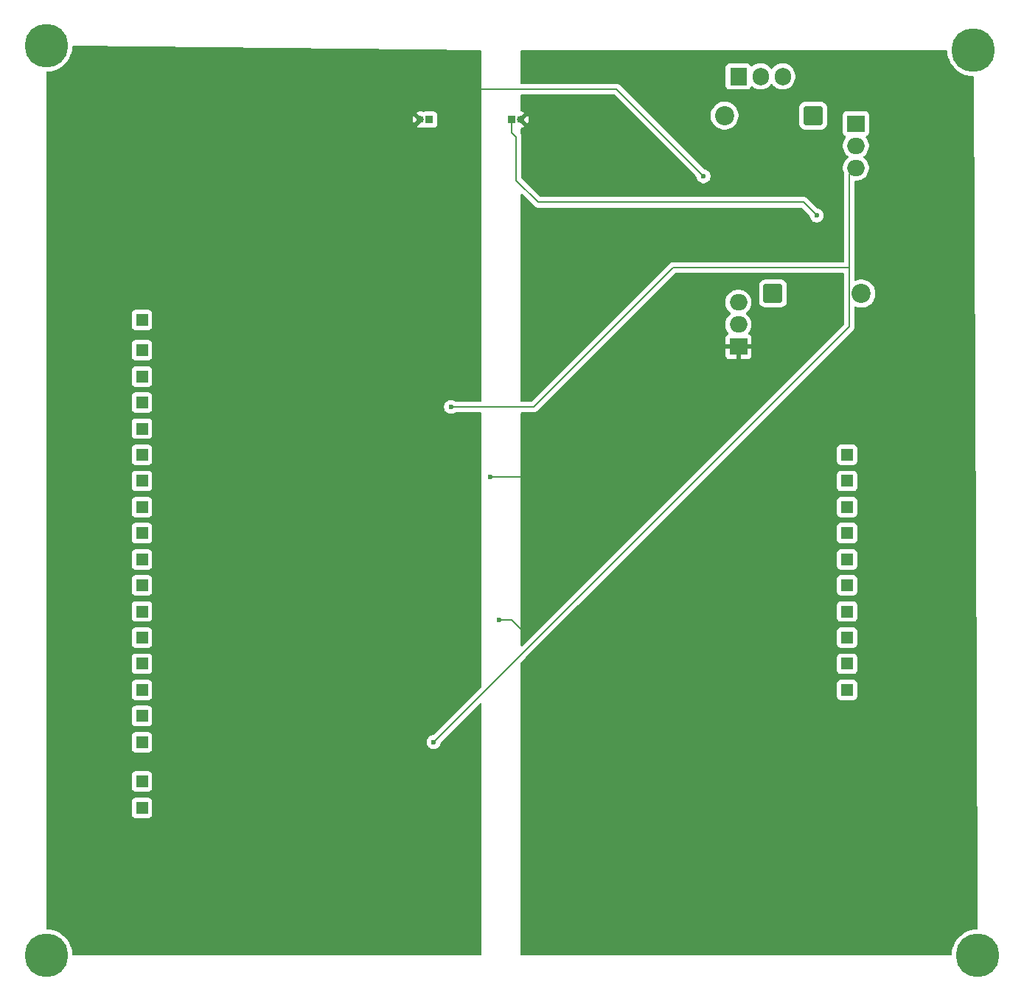
<source format=gbr>
%TF.GenerationSoftware,KiCad,Pcbnew,9.0.3*%
%TF.CreationDate,2025-11-05T19:32:31+02:00*%
%TF.ProjectId,PCB_Design,5043425f-4465-4736-9967-6e2e6b696361,rev?*%
%TF.SameCoordinates,Original*%
%TF.FileFunction,Copper,L2,Bot*%
%TF.FilePolarity,Positive*%
%FSLAX46Y46*%
G04 Gerber Fmt 4.6, Leading zero omitted, Abs format (unit mm)*
G04 Created by KiCad (PCBNEW 9.0.3) date 2025-11-05 19:32:31*
%MOMM*%
%LPD*%
G01*
G04 APERTURE LIST*
G04 Aperture macros list*
%AMRoundRect*
0 Rectangle with rounded corners*
0 $1 Rounding radius*
0 $2 $3 $4 $5 $6 $7 $8 $9 X,Y pos of 4 corners*
0 Add a 4 corners polygon primitive as box body*
4,1,4,$2,$3,$4,$5,$6,$7,$8,$9,$2,$3,0*
0 Add four circle primitives for the rounded corners*
1,1,$1+$1,$2,$3*
1,1,$1+$1,$4,$5*
1,1,$1+$1,$6,$7*
1,1,$1+$1,$8,$9*
0 Add four rect primitives between the rounded corners*
20,1,$1+$1,$2,$3,$4,$5,0*
20,1,$1+$1,$4,$5,$6,$7,0*
20,1,$1+$1,$6,$7,$8,$9,0*
20,1,$1+$1,$8,$9,$2,$3,0*%
G04 Aperture macros list end*
%TA.AperFunction,ComponentPad*%
%ADD10R,1.350000X1.350000*%
%TD*%
%TA.AperFunction,ComponentPad*%
%ADD11C,5.000000*%
%TD*%
%TA.AperFunction,ComponentPad*%
%ADD12RoundRect,0.249999X-0.850001X-0.850001X0.850001X-0.850001X0.850001X0.850001X-0.850001X0.850001X0*%
%TD*%
%TA.AperFunction,ComponentPad*%
%ADD13C,2.200000*%
%TD*%
%TA.AperFunction,ComponentPad*%
%ADD14R,2.000000X1.905000*%
%TD*%
%TA.AperFunction,ComponentPad*%
%ADD15O,2.000000X1.905000*%
%TD*%
%TA.AperFunction,ComponentPad*%
%ADD16RoundRect,0.249999X0.850001X0.850001X-0.850001X0.850001X-0.850001X-0.850001X0.850001X-0.850001X0*%
%TD*%
%TA.AperFunction,ComponentPad*%
%ADD17R,0.850000X0.850000*%
%TD*%
%TA.AperFunction,ComponentPad*%
%ADD18C,0.850000*%
%TD*%
%TA.AperFunction,ComponentPad*%
%ADD19R,1.905000X2.000000*%
%TD*%
%TA.AperFunction,ComponentPad*%
%ADD20O,1.905000X2.000000*%
%TD*%
%TA.AperFunction,ViaPad*%
%ADD21C,0.600000*%
%TD*%
%TA.AperFunction,Conductor*%
%ADD22C,0.200000*%
%TD*%
G04 APERTURE END LIST*
D10*
%TO.P,J5,1,Pin_1*%
%TO.N,Net-(J5-Pin_1)*%
X81500000Y-152000000D03*
%TD*%
%TO.P,J27,1,Pin_1*%
%TO.N,Net-(J27-Pin_1)*%
X81500000Y-131000000D03*
%TD*%
%TO.P,J19,1,Pin_1*%
%TO.N,Net-(J19-Pin_1)*%
X81500000Y-149000000D03*
%TD*%
%TO.P,J9,1,Pin_1*%
%TO.N,MOSI*%
X162500000Y-155000000D03*
%TD*%
%TO.P,J10,1,Pin_1*%
%TO.N,CSI*%
X162500000Y-137000000D03*
%TD*%
%TO.P,J31,1,Pin_1*%
%TO.N,Net-(J31-Pin_1)*%
X81500000Y-119000000D03*
%TD*%
%TO.P,J28,1,Pin_1*%
%TO.N,Net-(J28-Pin_1)*%
X81500000Y-122000000D03*
%TD*%
D11*
%TO.P,REF\u002A\u002A,1*%
%TO.N,N/C*%
X177000000Y-81500000D03*
%TD*%
D10*
%TO.P,J26,1,Pin_1*%
%TO.N,Net-(J26-Pin_1)*%
X81500000Y-128000000D03*
%TD*%
%TO.P,J8,1,Pin_1*%
%TO.N,SCLK*%
X162500000Y-134000000D03*
%TD*%
%TO.P,J15,1,Pin_1*%
%TO.N,DVDD*%
X162500000Y-152000000D03*
%TD*%
D11*
%TO.P,REF\u002A\u002A,1*%
%TO.N,N/C*%
X70500000Y-81000000D03*
%TD*%
D10*
%TO.P,J21,1,Pin_1*%
%TO.N,Net-(J21-Pin_1)*%
X81500000Y-143000000D03*
%TD*%
%TO.P,J22,1,Pin_1*%
%TO.N,Net-(J22-Pin_1)*%
X81500000Y-134000000D03*
%TD*%
%TO.P,J30,1,Pin_1*%
%TO.N,Net-(J30-Pin_1)*%
X81500000Y-116000000D03*
%TD*%
%TO.P,J1,1,Pin_1*%
%TO.N,Net-(J1-Pin_1)*%
X81500000Y-161000000D03*
%TD*%
D12*
%TO.P,D2,1,K*%
%TO.N,Net-(D2-K)*%
X153970000Y-109477500D03*
D13*
%TO.P,D2,2,A*%
%TO.N,Net-(D2-A)*%
X164130000Y-109477500D03*
%TD*%
D14*
%TO.P,U3,1,GND*%
%TO.N,DGND*%
X150000000Y-115580000D03*
D15*
%TO.P,U3,2,VO*%
%TO.N,DVDD*%
X150000000Y-113040000D03*
%TO.P,U3,3,VI*%
%TO.N,Net-(D2-K)*%
X150000000Y-110500000D03*
%TD*%
D11*
%TO.P,REF\u002A\u002A,1*%
%TO.N,N/C*%
X177500000Y-185500000D03*
%TD*%
D10*
%TO.P,J17,1,Pin_1*%
%TO.N,Net-(J17-Pin_1)*%
X81500000Y-155000000D03*
%TD*%
%TO.P,J7,1,Pin_1*%
%TO.N,SRB1*%
X81500000Y-165500000D03*
%TD*%
%TO.P,J12,1,Pin_1*%
%TO.N,CLK*%
X162500000Y-143000000D03*
%TD*%
%TO.P,J24,1,Pin_1*%
%TO.N,Net-(J24-Pin_1)*%
X81500000Y-158000000D03*
%TD*%
D16*
%TO.P,D1,1,K*%
%TO.N,Net-(D1-K)*%
X158580000Y-89040000D03*
D13*
%TO.P,D1,2,A*%
%TO.N,Net-(D1-A)*%
X148420000Y-89040000D03*
%TD*%
D11*
%TO.P,REF\u002A\u002A,1*%
%TO.N,N/C*%
X70500000Y-185500000D03*
%TD*%
D10*
%TO.P,J16,1,Pin_1*%
%TO.N,RESET*%
X162500000Y-146000000D03*
%TD*%
%TO.P,J13,1,Pin_1*%
%TO.N,DVDD*%
X162500000Y-149000000D03*
%TD*%
%TO.P,J29,1,Pin_1*%
%TO.N,Net-(J29-Pin_1)*%
X81500000Y-125000000D03*
%TD*%
%TO.P,J4,1,Pin_1*%
%TO.N,BIAS_OUT*%
X81500000Y-112500000D03*
%TD*%
%TO.P,J6,1,Pin_1*%
%TO.N,SRB2*%
X81500000Y-168550000D03*
%TD*%
%TO.P,J14,1,Pin_1*%
%TO.N,DRDY*%
X162500000Y-128000000D03*
%TD*%
%TO.P,J23,1,Pin_1*%
%TO.N,START*%
X162500000Y-140000000D03*
%TD*%
D17*
%TO.P,J3,1,Pin_1*%
%TO.N,+7.5V*%
X114500000Y-89500000D03*
D18*
%TO.P,J3,2,Pin_2*%
%TO.N,AVSS*%
X113500000Y-89500000D03*
%TD*%
D10*
%TO.P,J20,1,Pin_1*%
%TO.N,Net-(J20-Pin_1)*%
X81500000Y-140000000D03*
%TD*%
D17*
%TO.P,J2,1,Pin_1*%
%TO.N,+3.7V*%
X124000000Y-89500000D03*
D18*
%TO.P,J2,2,Pin_2*%
%TO.N,DGND*%
X125000000Y-89500000D03*
%TD*%
D10*
%TO.P,J25,1,Pin_1*%
%TO.N,Net-(J25-Pin_1)*%
X81500000Y-137000000D03*
%TD*%
D14*
%TO.P,U2,1,VI*%
%TO.N,Net-(D1-K)*%
X163500000Y-89960000D03*
D15*
%TO.P,U2,2,GND*%
%TO.N,AVSS*%
X163500000Y-92500000D03*
%TO.P,U2,3,VO*%
%TO.N,AVDD*%
X163500000Y-95040000D03*
%TD*%
D10*
%TO.P,J18,1,Pin_1*%
%TO.N,Net-(J18-Pin_1)*%
X81500000Y-146000000D03*
%TD*%
D19*
%TO.P,Q1,1,G*%
%TO.N,Net-(D1-A)*%
X150000000Y-84540000D03*
D20*
%TO.P,Q1,2,D*%
%TO.N,+7.5V*%
X152540000Y-84540000D03*
%TO.P,Q1,3,S*%
%TO.N,Net-(D1-K)*%
X155080000Y-84540000D03*
%TD*%
D10*
%TO.P,J11,1,Pin_1*%
%TO.N,MISO*%
X162500000Y-131000000D03*
%TD*%
D21*
%TO.N,AVDD*%
X117000000Y-122500000D03*
X115000000Y-161000000D03*
%TO.N,AVSS*%
X113500000Y-127500000D03*
X146000000Y-96000000D03*
X119500000Y-148000000D03*
X118500000Y-131000000D03*
X115500000Y-126500000D03*
X114000000Y-154500000D03*
X111500000Y-152500000D03*
%TO.N,DGND*%
X121500000Y-130500000D03*
X148500000Y-137500000D03*
X143000000Y-143500000D03*
X148500000Y-139000000D03*
X122500000Y-147000000D03*
X148500000Y-142500000D03*
X148500000Y-140500000D03*
X126000000Y-135500000D03*
%TO.N,+3.7V*%
X159000000Y-100500000D03*
%TD*%
D22*
%TO.N,AVDD*%
X162729000Y-106500000D02*
X162729000Y-95811000D01*
X115000000Y-161000000D02*
X162729000Y-113271000D01*
X162729000Y-95811000D02*
X163500000Y-95040000D01*
X126500000Y-122500000D02*
X142500000Y-106500000D01*
X142500000Y-106500000D02*
X162729000Y-106500000D01*
X162729000Y-113271000D02*
X162729000Y-106500000D01*
X117000000Y-122500000D02*
X126500000Y-122500000D01*
%TO.N,AVSS*%
X136000000Y-86000000D02*
X119500000Y-86000000D01*
X119500000Y-86000000D02*
X116500000Y-86000000D01*
X146000000Y-96000000D02*
X136000000Y-86000000D01*
%TO.N,DGND*%
X143000000Y-143500000D02*
X143500000Y-143500000D01*
X143000000Y-144000000D02*
X143000000Y-143500000D01*
X143000000Y-143500000D02*
X143000000Y-143000000D01*
X122500000Y-147000000D02*
X124000000Y-147000000D01*
X124000000Y-147000000D02*
X126000000Y-149000000D01*
X121500000Y-130500000D02*
X127000000Y-130500000D01*
%TO.N,+3.7V*%
X157500000Y-99000000D02*
X127000000Y-99000000D01*
X124500000Y-96500000D02*
X124500000Y-91500000D01*
X124000000Y-91000000D02*
X124000000Y-89500000D01*
X124500000Y-91500000D02*
X124000000Y-91000000D01*
X159000000Y-100500000D02*
X157500000Y-99000000D01*
X127000000Y-99000000D02*
X124500000Y-96500000D01*
%TD*%
%TA.AperFunction,Conductor*%
%TO.N,AVSS*%
G36*
X120377241Y-81498772D02*
G01*
X120444079Y-81519126D01*
X120489304Y-81572385D01*
X120500000Y-81622766D01*
X120500000Y-121775500D01*
X120480315Y-121842539D01*
X120427511Y-121888294D01*
X120376000Y-121899500D01*
X117579766Y-121899500D01*
X117512727Y-121879815D01*
X117510875Y-121878602D01*
X117379185Y-121790609D01*
X117379172Y-121790602D01*
X117233501Y-121730264D01*
X117233489Y-121730261D01*
X117078845Y-121699500D01*
X117078842Y-121699500D01*
X116921158Y-121699500D01*
X116921155Y-121699500D01*
X116766510Y-121730261D01*
X116766498Y-121730264D01*
X116620827Y-121790602D01*
X116620814Y-121790609D01*
X116489711Y-121878210D01*
X116489707Y-121878213D01*
X116378213Y-121989707D01*
X116378210Y-121989711D01*
X116290609Y-122120814D01*
X116290602Y-122120827D01*
X116230264Y-122266498D01*
X116230261Y-122266510D01*
X116199500Y-122421153D01*
X116199500Y-122578846D01*
X116230261Y-122733489D01*
X116230264Y-122733501D01*
X116290602Y-122879172D01*
X116290609Y-122879185D01*
X116378210Y-123010288D01*
X116378213Y-123010292D01*
X116489707Y-123121786D01*
X116489711Y-123121789D01*
X116620814Y-123209390D01*
X116620827Y-123209397D01*
X116766498Y-123269735D01*
X116766503Y-123269737D01*
X116921153Y-123300499D01*
X116921156Y-123300500D01*
X116921158Y-123300500D01*
X117078844Y-123300500D01*
X117078845Y-123300499D01*
X117233497Y-123269737D01*
X117379179Y-123209394D01*
X117429905Y-123175500D01*
X117510875Y-123121398D01*
X117577553Y-123100520D01*
X117579766Y-123100500D01*
X120376000Y-123100500D01*
X120443039Y-123120185D01*
X120488794Y-123172989D01*
X120500000Y-123224500D01*
X120500000Y-154599403D01*
X120480315Y-154666442D01*
X120463681Y-154687084D01*
X114985339Y-160165425D01*
X114924016Y-160198910D01*
X114921850Y-160199361D01*
X114766508Y-160230261D01*
X114766498Y-160230264D01*
X114620827Y-160290602D01*
X114620814Y-160290609D01*
X114489711Y-160378210D01*
X114489707Y-160378213D01*
X114378213Y-160489707D01*
X114378210Y-160489711D01*
X114290609Y-160620814D01*
X114290602Y-160620827D01*
X114230264Y-160766498D01*
X114230261Y-160766510D01*
X114199500Y-160921153D01*
X114199500Y-161078846D01*
X114230261Y-161233489D01*
X114230264Y-161233501D01*
X114290602Y-161379172D01*
X114290609Y-161379185D01*
X114378210Y-161510288D01*
X114378213Y-161510292D01*
X114489707Y-161621786D01*
X114489711Y-161621789D01*
X114620814Y-161709390D01*
X114620827Y-161709397D01*
X114766498Y-161769735D01*
X114766503Y-161769737D01*
X114921153Y-161800499D01*
X114921156Y-161800500D01*
X114921158Y-161800500D01*
X115078844Y-161800500D01*
X115078845Y-161800499D01*
X115233497Y-161769737D01*
X115379179Y-161709394D01*
X115510289Y-161621789D01*
X115621789Y-161510289D01*
X115709394Y-161379179D01*
X115769737Y-161233497D01*
X115789113Y-161136085D01*
X115800638Y-161078150D01*
X115833023Y-161016239D01*
X115834518Y-161014716D01*
X120288319Y-156560916D01*
X120349642Y-156527431D01*
X120419334Y-156532415D01*
X120475267Y-156574287D01*
X120499684Y-156639751D01*
X120500000Y-156648597D01*
X120500000Y-185376000D01*
X120480315Y-185443039D01*
X120427511Y-185488794D01*
X120376000Y-185500000D01*
X73624500Y-185500000D01*
X73557461Y-185480315D01*
X73511706Y-185427511D01*
X73500500Y-185376000D01*
X73500500Y-185331493D01*
X73500499Y-185331491D01*
X73484859Y-185192686D01*
X73462767Y-184996606D01*
X73387776Y-184668046D01*
X73276469Y-184349949D01*
X73130246Y-184046314D01*
X72950946Y-183760961D01*
X72740825Y-183497477D01*
X72502523Y-183259175D01*
X72239039Y-183049054D01*
X71953686Y-182869754D01*
X71953683Y-182869752D01*
X71650054Y-182723532D01*
X71331965Y-182612227D01*
X71331953Y-182612223D01*
X71003397Y-182537233D01*
X71003381Y-182537231D01*
X70668508Y-182499500D01*
X70668504Y-182499500D01*
X70624000Y-182499500D01*
X70556961Y-182479815D01*
X70511206Y-182427011D01*
X70500000Y-182375500D01*
X70500000Y-167827135D01*
X80324500Y-167827135D01*
X80324500Y-169272870D01*
X80324501Y-169272876D01*
X80330908Y-169332483D01*
X80381202Y-169467328D01*
X80381206Y-169467335D01*
X80467452Y-169582544D01*
X80467455Y-169582547D01*
X80582664Y-169668793D01*
X80582671Y-169668797D01*
X80717517Y-169719091D01*
X80717516Y-169719091D01*
X80724444Y-169719835D01*
X80777127Y-169725500D01*
X82222872Y-169725499D01*
X82282483Y-169719091D01*
X82417331Y-169668796D01*
X82532546Y-169582546D01*
X82618796Y-169467331D01*
X82669091Y-169332483D01*
X82675500Y-169272873D01*
X82675499Y-167827128D01*
X82669091Y-167767517D01*
X82618796Y-167632669D01*
X82618795Y-167632668D01*
X82618793Y-167632664D01*
X82532547Y-167517455D01*
X82532544Y-167517452D01*
X82417335Y-167431206D01*
X82417328Y-167431202D01*
X82282482Y-167380908D01*
X82282483Y-167380908D01*
X82222883Y-167374501D01*
X82222881Y-167374500D01*
X82222873Y-167374500D01*
X82222864Y-167374500D01*
X80777129Y-167374500D01*
X80777123Y-167374501D01*
X80717516Y-167380908D01*
X80582671Y-167431202D01*
X80582664Y-167431206D01*
X80467455Y-167517452D01*
X80467452Y-167517455D01*
X80381206Y-167632664D01*
X80381202Y-167632671D01*
X80330908Y-167767517D01*
X80324501Y-167827116D01*
X80324501Y-167827123D01*
X80324500Y-167827135D01*
X70500000Y-167827135D01*
X70500000Y-164777135D01*
X80324500Y-164777135D01*
X80324500Y-166222870D01*
X80324501Y-166222876D01*
X80330908Y-166282483D01*
X80381202Y-166417328D01*
X80381206Y-166417335D01*
X80467452Y-166532544D01*
X80467455Y-166532547D01*
X80582664Y-166618793D01*
X80582671Y-166618797D01*
X80717517Y-166669091D01*
X80717516Y-166669091D01*
X80724444Y-166669835D01*
X80777127Y-166675500D01*
X82222872Y-166675499D01*
X82282483Y-166669091D01*
X82417331Y-166618796D01*
X82532546Y-166532546D01*
X82618796Y-166417331D01*
X82669091Y-166282483D01*
X82675500Y-166222873D01*
X82675499Y-164777128D01*
X82669091Y-164717517D01*
X82618796Y-164582669D01*
X82618795Y-164582668D01*
X82618793Y-164582664D01*
X82532547Y-164467455D01*
X82532544Y-164467452D01*
X82417335Y-164381206D01*
X82417328Y-164381202D01*
X82282482Y-164330908D01*
X82282483Y-164330908D01*
X82222883Y-164324501D01*
X82222881Y-164324500D01*
X82222873Y-164324500D01*
X82222864Y-164324500D01*
X80777129Y-164324500D01*
X80777123Y-164324501D01*
X80717516Y-164330908D01*
X80582671Y-164381202D01*
X80582664Y-164381206D01*
X80467455Y-164467452D01*
X80467452Y-164467455D01*
X80381206Y-164582664D01*
X80381202Y-164582671D01*
X80330908Y-164717517D01*
X80324501Y-164777116D01*
X80324501Y-164777123D01*
X80324500Y-164777135D01*
X70500000Y-164777135D01*
X70500000Y-160277135D01*
X80324500Y-160277135D01*
X80324500Y-161722870D01*
X80324501Y-161722876D01*
X80330908Y-161782483D01*
X80381202Y-161917328D01*
X80381206Y-161917335D01*
X80467452Y-162032544D01*
X80467455Y-162032547D01*
X80582664Y-162118793D01*
X80582671Y-162118797D01*
X80717517Y-162169091D01*
X80717516Y-162169091D01*
X80724444Y-162169835D01*
X80777127Y-162175500D01*
X82222872Y-162175499D01*
X82282483Y-162169091D01*
X82417331Y-162118796D01*
X82532546Y-162032546D01*
X82618796Y-161917331D01*
X82669091Y-161782483D01*
X82675500Y-161722873D01*
X82675499Y-160277128D01*
X82669091Y-160217517D01*
X82662319Y-160199361D01*
X82618797Y-160082671D01*
X82618793Y-160082664D01*
X82532547Y-159967455D01*
X82532544Y-159967452D01*
X82417335Y-159881206D01*
X82417328Y-159881202D01*
X82282482Y-159830908D01*
X82282483Y-159830908D01*
X82222883Y-159824501D01*
X82222881Y-159824500D01*
X82222873Y-159824500D01*
X82222864Y-159824500D01*
X80777129Y-159824500D01*
X80777123Y-159824501D01*
X80717516Y-159830908D01*
X80582671Y-159881202D01*
X80582664Y-159881206D01*
X80467455Y-159967452D01*
X80467452Y-159967455D01*
X80381206Y-160082664D01*
X80381202Y-160082671D01*
X80330908Y-160217517D01*
X80329538Y-160230264D01*
X80324501Y-160277123D01*
X80324500Y-160277135D01*
X70500000Y-160277135D01*
X70500000Y-157277135D01*
X80324500Y-157277135D01*
X80324500Y-158722870D01*
X80324501Y-158722876D01*
X80330908Y-158782483D01*
X80381202Y-158917328D01*
X80381206Y-158917335D01*
X80467452Y-159032544D01*
X80467455Y-159032547D01*
X80582664Y-159118793D01*
X80582671Y-159118797D01*
X80717517Y-159169091D01*
X80717516Y-159169091D01*
X80724444Y-159169835D01*
X80777127Y-159175500D01*
X82222872Y-159175499D01*
X82282483Y-159169091D01*
X82417331Y-159118796D01*
X82532546Y-159032546D01*
X82618796Y-158917331D01*
X82669091Y-158782483D01*
X82675500Y-158722873D01*
X82675499Y-157277128D01*
X82669091Y-157217517D01*
X82618796Y-157082669D01*
X82618795Y-157082668D01*
X82618793Y-157082664D01*
X82532547Y-156967455D01*
X82532544Y-156967452D01*
X82417335Y-156881206D01*
X82417328Y-156881202D01*
X82282482Y-156830908D01*
X82282483Y-156830908D01*
X82222883Y-156824501D01*
X82222881Y-156824500D01*
X82222873Y-156824500D01*
X82222864Y-156824500D01*
X80777129Y-156824500D01*
X80777123Y-156824501D01*
X80717516Y-156830908D01*
X80582671Y-156881202D01*
X80582664Y-156881206D01*
X80467455Y-156967452D01*
X80467452Y-156967455D01*
X80381206Y-157082664D01*
X80381202Y-157082671D01*
X80330908Y-157217517D01*
X80324501Y-157277116D01*
X80324501Y-157277123D01*
X80324500Y-157277135D01*
X70500000Y-157277135D01*
X70500000Y-154277135D01*
X80324500Y-154277135D01*
X80324500Y-155722870D01*
X80324501Y-155722876D01*
X80330908Y-155782483D01*
X80381202Y-155917328D01*
X80381206Y-155917335D01*
X80467452Y-156032544D01*
X80467455Y-156032547D01*
X80582664Y-156118793D01*
X80582671Y-156118797D01*
X80717517Y-156169091D01*
X80717516Y-156169091D01*
X80724444Y-156169835D01*
X80777127Y-156175500D01*
X82222872Y-156175499D01*
X82282483Y-156169091D01*
X82417331Y-156118796D01*
X82532546Y-156032546D01*
X82618796Y-155917331D01*
X82669091Y-155782483D01*
X82675500Y-155722873D01*
X82675499Y-154277128D01*
X82669091Y-154217517D01*
X82618796Y-154082669D01*
X82618795Y-154082668D01*
X82618793Y-154082664D01*
X82532547Y-153967455D01*
X82532544Y-153967452D01*
X82417335Y-153881206D01*
X82417328Y-153881202D01*
X82282482Y-153830908D01*
X82282483Y-153830908D01*
X82222883Y-153824501D01*
X82222881Y-153824500D01*
X82222873Y-153824500D01*
X82222864Y-153824500D01*
X80777129Y-153824500D01*
X80777123Y-153824501D01*
X80717516Y-153830908D01*
X80582671Y-153881202D01*
X80582664Y-153881206D01*
X80467455Y-153967452D01*
X80467452Y-153967455D01*
X80381206Y-154082664D01*
X80381202Y-154082671D01*
X80330908Y-154217517D01*
X80324501Y-154277116D01*
X80324501Y-154277123D01*
X80324500Y-154277135D01*
X70500000Y-154277135D01*
X70500000Y-151277135D01*
X80324500Y-151277135D01*
X80324500Y-152722870D01*
X80324501Y-152722876D01*
X80330908Y-152782483D01*
X80381202Y-152917328D01*
X80381206Y-152917335D01*
X80467452Y-153032544D01*
X80467455Y-153032547D01*
X80582664Y-153118793D01*
X80582671Y-153118797D01*
X80717517Y-153169091D01*
X80717516Y-153169091D01*
X80724444Y-153169835D01*
X80777127Y-153175500D01*
X82222872Y-153175499D01*
X82282483Y-153169091D01*
X82417331Y-153118796D01*
X82532546Y-153032546D01*
X82618796Y-152917331D01*
X82669091Y-152782483D01*
X82675500Y-152722873D01*
X82675499Y-151277128D01*
X82669091Y-151217517D01*
X82618796Y-151082669D01*
X82618795Y-151082668D01*
X82618793Y-151082664D01*
X82532547Y-150967455D01*
X82532544Y-150967452D01*
X82417335Y-150881206D01*
X82417328Y-150881202D01*
X82282482Y-150830908D01*
X82282483Y-150830908D01*
X82222883Y-150824501D01*
X82222881Y-150824500D01*
X82222873Y-150824500D01*
X82222864Y-150824500D01*
X80777129Y-150824500D01*
X80777123Y-150824501D01*
X80717516Y-150830908D01*
X80582671Y-150881202D01*
X80582664Y-150881206D01*
X80467455Y-150967452D01*
X80467452Y-150967455D01*
X80381206Y-151082664D01*
X80381202Y-151082671D01*
X80330908Y-151217517D01*
X80324501Y-151277116D01*
X80324501Y-151277123D01*
X80324500Y-151277135D01*
X70500000Y-151277135D01*
X70500000Y-148277135D01*
X80324500Y-148277135D01*
X80324500Y-149722870D01*
X80324501Y-149722876D01*
X80330908Y-149782483D01*
X80381202Y-149917328D01*
X80381206Y-149917335D01*
X80467452Y-150032544D01*
X80467455Y-150032547D01*
X80582664Y-150118793D01*
X80582671Y-150118797D01*
X80717517Y-150169091D01*
X80717516Y-150169091D01*
X80724444Y-150169835D01*
X80777127Y-150175500D01*
X82222872Y-150175499D01*
X82282483Y-150169091D01*
X82417331Y-150118796D01*
X82532546Y-150032546D01*
X82618796Y-149917331D01*
X82669091Y-149782483D01*
X82675500Y-149722873D01*
X82675499Y-148277128D01*
X82669091Y-148217517D01*
X82618796Y-148082669D01*
X82618795Y-148082668D01*
X82618793Y-148082664D01*
X82532547Y-147967455D01*
X82532544Y-147967452D01*
X82417335Y-147881206D01*
X82417328Y-147881202D01*
X82282482Y-147830908D01*
X82282483Y-147830908D01*
X82222883Y-147824501D01*
X82222881Y-147824500D01*
X82222873Y-147824500D01*
X82222864Y-147824500D01*
X80777129Y-147824500D01*
X80777123Y-147824501D01*
X80717516Y-147830908D01*
X80582671Y-147881202D01*
X80582664Y-147881206D01*
X80467455Y-147967452D01*
X80467452Y-147967455D01*
X80381206Y-148082664D01*
X80381202Y-148082671D01*
X80330908Y-148217517D01*
X80324501Y-148277116D01*
X80324501Y-148277123D01*
X80324500Y-148277135D01*
X70500000Y-148277135D01*
X70500000Y-145277135D01*
X80324500Y-145277135D01*
X80324500Y-146722870D01*
X80324501Y-146722876D01*
X80330908Y-146782483D01*
X80381202Y-146917328D01*
X80381206Y-146917335D01*
X80467452Y-147032544D01*
X80467455Y-147032547D01*
X80582664Y-147118793D01*
X80582671Y-147118797D01*
X80717517Y-147169091D01*
X80717516Y-147169091D01*
X80724444Y-147169835D01*
X80777127Y-147175500D01*
X82222872Y-147175499D01*
X82282483Y-147169091D01*
X82417331Y-147118796D01*
X82532546Y-147032546D01*
X82618796Y-146917331D01*
X82669091Y-146782483D01*
X82675500Y-146722873D01*
X82675499Y-145277128D01*
X82669091Y-145217517D01*
X82618796Y-145082669D01*
X82618795Y-145082668D01*
X82618793Y-145082664D01*
X82532547Y-144967455D01*
X82532544Y-144967452D01*
X82417335Y-144881206D01*
X82417328Y-144881202D01*
X82282482Y-144830908D01*
X82282483Y-144830908D01*
X82222883Y-144824501D01*
X82222881Y-144824500D01*
X82222873Y-144824500D01*
X82222864Y-144824500D01*
X80777129Y-144824500D01*
X80777123Y-144824501D01*
X80717516Y-144830908D01*
X80582671Y-144881202D01*
X80582664Y-144881206D01*
X80467455Y-144967452D01*
X80467452Y-144967455D01*
X80381206Y-145082664D01*
X80381202Y-145082671D01*
X80330908Y-145217517D01*
X80324501Y-145277116D01*
X80324501Y-145277123D01*
X80324500Y-145277135D01*
X70500000Y-145277135D01*
X70500000Y-142277135D01*
X80324500Y-142277135D01*
X80324500Y-143722870D01*
X80324501Y-143722876D01*
X80330908Y-143782483D01*
X80381202Y-143917328D01*
X80381206Y-143917335D01*
X80467452Y-144032544D01*
X80467455Y-144032547D01*
X80582664Y-144118793D01*
X80582671Y-144118797D01*
X80717517Y-144169091D01*
X80717516Y-144169091D01*
X80724444Y-144169835D01*
X80777127Y-144175500D01*
X82222872Y-144175499D01*
X82282483Y-144169091D01*
X82417331Y-144118796D01*
X82532546Y-144032546D01*
X82618796Y-143917331D01*
X82669091Y-143782483D01*
X82675500Y-143722873D01*
X82675499Y-142277128D01*
X82669091Y-142217517D01*
X82618796Y-142082669D01*
X82618795Y-142082668D01*
X82618793Y-142082664D01*
X82532547Y-141967455D01*
X82532544Y-141967452D01*
X82417335Y-141881206D01*
X82417328Y-141881202D01*
X82282482Y-141830908D01*
X82282483Y-141830908D01*
X82222883Y-141824501D01*
X82222881Y-141824500D01*
X82222873Y-141824500D01*
X82222864Y-141824500D01*
X80777129Y-141824500D01*
X80777123Y-141824501D01*
X80717516Y-141830908D01*
X80582671Y-141881202D01*
X80582664Y-141881206D01*
X80467455Y-141967452D01*
X80467452Y-141967455D01*
X80381206Y-142082664D01*
X80381202Y-142082671D01*
X80330908Y-142217517D01*
X80324501Y-142277116D01*
X80324501Y-142277123D01*
X80324500Y-142277135D01*
X70500000Y-142277135D01*
X70500000Y-139277135D01*
X80324500Y-139277135D01*
X80324500Y-140722870D01*
X80324501Y-140722876D01*
X80330908Y-140782483D01*
X80381202Y-140917328D01*
X80381206Y-140917335D01*
X80467452Y-141032544D01*
X80467455Y-141032547D01*
X80582664Y-141118793D01*
X80582671Y-141118797D01*
X80717517Y-141169091D01*
X80717516Y-141169091D01*
X80724444Y-141169835D01*
X80777127Y-141175500D01*
X82222872Y-141175499D01*
X82282483Y-141169091D01*
X82417331Y-141118796D01*
X82532546Y-141032546D01*
X82618796Y-140917331D01*
X82669091Y-140782483D01*
X82675500Y-140722873D01*
X82675499Y-139277128D01*
X82669091Y-139217517D01*
X82618796Y-139082669D01*
X82618795Y-139082668D01*
X82618793Y-139082664D01*
X82532547Y-138967455D01*
X82532544Y-138967452D01*
X82417335Y-138881206D01*
X82417328Y-138881202D01*
X82282482Y-138830908D01*
X82282483Y-138830908D01*
X82222883Y-138824501D01*
X82222881Y-138824500D01*
X82222873Y-138824500D01*
X82222864Y-138824500D01*
X80777129Y-138824500D01*
X80777123Y-138824501D01*
X80717516Y-138830908D01*
X80582671Y-138881202D01*
X80582664Y-138881206D01*
X80467455Y-138967452D01*
X80467452Y-138967455D01*
X80381206Y-139082664D01*
X80381202Y-139082671D01*
X80330908Y-139217517D01*
X80324501Y-139277116D01*
X80324501Y-139277123D01*
X80324500Y-139277135D01*
X70500000Y-139277135D01*
X70500000Y-136277135D01*
X80324500Y-136277135D01*
X80324500Y-137722870D01*
X80324501Y-137722876D01*
X80330908Y-137782483D01*
X80381202Y-137917328D01*
X80381206Y-137917335D01*
X80467452Y-138032544D01*
X80467455Y-138032547D01*
X80582664Y-138118793D01*
X80582671Y-138118797D01*
X80717517Y-138169091D01*
X80717516Y-138169091D01*
X80724444Y-138169835D01*
X80777127Y-138175500D01*
X82222872Y-138175499D01*
X82282483Y-138169091D01*
X82417331Y-138118796D01*
X82532546Y-138032546D01*
X82618796Y-137917331D01*
X82669091Y-137782483D01*
X82675500Y-137722873D01*
X82675499Y-136277128D01*
X82669091Y-136217517D01*
X82618796Y-136082669D01*
X82618795Y-136082668D01*
X82618793Y-136082664D01*
X82532547Y-135967455D01*
X82532544Y-135967452D01*
X82417335Y-135881206D01*
X82417328Y-135881202D01*
X82282482Y-135830908D01*
X82282483Y-135830908D01*
X82222883Y-135824501D01*
X82222881Y-135824500D01*
X82222873Y-135824500D01*
X82222864Y-135824500D01*
X80777129Y-135824500D01*
X80777123Y-135824501D01*
X80717516Y-135830908D01*
X80582671Y-135881202D01*
X80582664Y-135881206D01*
X80467455Y-135967452D01*
X80467452Y-135967455D01*
X80381206Y-136082664D01*
X80381202Y-136082671D01*
X80330908Y-136217517D01*
X80324501Y-136277116D01*
X80324501Y-136277123D01*
X80324500Y-136277135D01*
X70500000Y-136277135D01*
X70500000Y-133277135D01*
X80324500Y-133277135D01*
X80324500Y-134722870D01*
X80324501Y-134722876D01*
X80330908Y-134782483D01*
X80381202Y-134917328D01*
X80381206Y-134917335D01*
X80467452Y-135032544D01*
X80467455Y-135032547D01*
X80582664Y-135118793D01*
X80582671Y-135118797D01*
X80717517Y-135169091D01*
X80717516Y-135169091D01*
X80724444Y-135169835D01*
X80777127Y-135175500D01*
X82222872Y-135175499D01*
X82282483Y-135169091D01*
X82417331Y-135118796D01*
X82532546Y-135032546D01*
X82618796Y-134917331D01*
X82669091Y-134782483D01*
X82675500Y-134722873D01*
X82675499Y-133277128D01*
X82669091Y-133217517D01*
X82618796Y-133082669D01*
X82618795Y-133082668D01*
X82618793Y-133082664D01*
X82532547Y-132967455D01*
X82532544Y-132967452D01*
X82417335Y-132881206D01*
X82417328Y-132881202D01*
X82282482Y-132830908D01*
X82282483Y-132830908D01*
X82222883Y-132824501D01*
X82222881Y-132824500D01*
X82222873Y-132824500D01*
X82222864Y-132824500D01*
X80777129Y-132824500D01*
X80777123Y-132824501D01*
X80717516Y-132830908D01*
X80582671Y-132881202D01*
X80582664Y-132881206D01*
X80467455Y-132967452D01*
X80467452Y-132967455D01*
X80381206Y-133082664D01*
X80381202Y-133082671D01*
X80330908Y-133217517D01*
X80324501Y-133277116D01*
X80324501Y-133277123D01*
X80324500Y-133277135D01*
X70500000Y-133277135D01*
X70500000Y-130277135D01*
X80324500Y-130277135D01*
X80324500Y-131722870D01*
X80324501Y-131722876D01*
X80330908Y-131782483D01*
X80381202Y-131917328D01*
X80381206Y-131917335D01*
X80467452Y-132032544D01*
X80467455Y-132032547D01*
X80582664Y-132118793D01*
X80582671Y-132118797D01*
X80717517Y-132169091D01*
X80717516Y-132169091D01*
X80724444Y-132169835D01*
X80777127Y-132175500D01*
X82222872Y-132175499D01*
X82282483Y-132169091D01*
X82417331Y-132118796D01*
X82532546Y-132032546D01*
X82618796Y-131917331D01*
X82669091Y-131782483D01*
X82675500Y-131722873D01*
X82675499Y-130277128D01*
X82669091Y-130217517D01*
X82618796Y-130082669D01*
X82618795Y-130082668D01*
X82618793Y-130082664D01*
X82532547Y-129967455D01*
X82532544Y-129967452D01*
X82417335Y-129881206D01*
X82417328Y-129881202D01*
X82282482Y-129830908D01*
X82282483Y-129830908D01*
X82222883Y-129824501D01*
X82222881Y-129824500D01*
X82222873Y-129824500D01*
X82222864Y-129824500D01*
X80777129Y-129824500D01*
X80777123Y-129824501D01*
X80717516Y-129830908D01*
X80582671Y-129881202D01*
X80582664Y-129881206D01*
X80467455Y-129967452D01*
X80467452Y-129967455D01*
X80381206Y-130082664D01*
X80381202Y-130082671D01*
X80330908Y-130217517D01*
X80324501Y-130277116D01*
X80324501Y-130277123D01*
X80324500Y-130277135D01*
X70500000Y-130277135D01*
X70500000Y-127277135D01*
X80324500Y-127277135D01*
X80324500Y-128722870D01*
X80324501Y-128722876D01*
X80330908Y-128782483D01*
X80381202Y-128917328D01*
X80381206Y-128917335D01*
X80467452Y-129032544D01*
X80467455Y-129032547D01*
X80582664Y-129118793D01*
X80582671Y-129118797D01*
X80717517Y-129169091D01*
X80717516Y-129169091D01*
X80724444Y-129169835D01*
X80777127Y-129175500D01*
X82222872Y-129175499D01*
X82282483Y-129169091D01*
X82417331Y-129118796D01*
X82532546Y-129032546D01*
X82618796Y-128917331D01*
X82669091Y-128782483D01*
X82675500Y-128722873D01*
X82675499Y-127277128D01*
X82669091Y-127217517D01*
X82618796Y-127082669D01*
X82618795Y-127082668D01*
X82618793Y-127082664D01*
X82532547Y-126967455D01*
X82532544Y-126967452D01*
X82417335Y-126881206D01*
X82417328Y-126881202D01*
X82282482Y-126830908D01*
X82282483Y-126830908D01*
X82222883Y-126824501D01*
X82222881Y-126824500D01*
X82222873Y-126824500D01*
X82222864Y-126824500D01*
X80777129Y-126824500D01*
X80777123Y-126824501D01*
X80717516Y-126830908D01*
X80582671Y-126881202D01*
X80582664Y-126881206D01*
X80467455Y-126967452D01*
X80467452Y-126967455D01*
X80381206Y-127082664D01*
X80381202Y-127082671D01*
X80330908Y-127217517D01*
X80324501Y-127277116D01*
X80324501Y-127277123D01*
X80324500Y-127277135D01*
X70500000Y-127277135D01*
X70500000Y-124277135D01*
X80324500Y-124277135D01*
X80324500Y-125722870D01*
X80324501Y-125722876D01*
X80330908Y-125782483D01*
X80381202Y-125917328D01*
X80381206Y-125917335D01*
X80467452Y-126032544D01*
X80467455Y-126032547D01*
X80582664Y-126118793D01*
X80582671Y-126118797D01*
X80717517Y-126169091D01*
X80717516Y-126169091D01*
X80724444Y-126169835D01*
X80777127Y-126175500D01*
X82222872Y-126175499D01*
X82282483Y-126169091D01*
X82417331Y-126118796D01*
X82532546Y-126032546D01*
X82618796Y-125917331D01*
X82669091Y-125782483D01*
X82675500Y-125722873D01*
X82675499Y-124277128D01*
X82669091Y-124217517D01*
X82618796Y-124082669D01*
X82618795Y-124082668D01*
X82618793Y-124082664D01*
X82532547Y-123967455D01*
X82532544Y-123967452D01*
X82417335Y-123881206D01*
X82417328Y-123881202D01*
X82282482Y-123830908D01*
X82282483Y-123830908D01*
X82222883Y-123824501D01*
X82222881Y-123824500D01*
X82222873Y-123824500D01*
X82222864Y-123824500D01*
X80777129Y-123824500D01*
X80777123Y-123824501D01*
X80717516Y-123830908D01*
X80582671Y-123881202D01*
X80582664Y-123881206D01*
X80467455Y-123967452D01*
X80467452Y-123967455D01*
X80381206Y-124082664D01*
X80381202Y-124082671D01*
X80330908Y-124217517D01*
X80324501Y-124277116D01*
X80324501Y-124277123D01*
X80324500Y-124277135D01*
X70500000Y-124277135D01*
X70500000Y-121277135D01*
X80324500Y-121277135D01*
X80324500Y-122722870D01*
X80324501Y-122722876D01*
X80330908Y-122782483D01*
X80381202Y-122917328D01*
X80381206Y-122917335D01*
X80467452Y-123032544D01*
X80467455Y-123032547D01*
X80582664Y-123118793D01*
X80582671Y-123118797D01*
X80717517Y-123169091D01*
X80717516Y-123169091D01*
X80724444Y-123169835D01*
X80777127Y-123175500D01*
X82222872Y-123175499D01*
X82282483Y-123169091D01*
X82417331Y-123118796D01*
X82532546Y-123032546D01*
X82618796Y-122917331D01*
X82669091Y-122782483D01*
X82675500Y-122722873D01*
X82675499Y-121277128D01*
X82669091Y-121217517D01*
X82618796Y-121082669D01*
X82618795Y-121082668D01*
X82618793Y-121082664D01*
X82532547Y-120967455D01*
X82532544Y-120967452D01*
X82417335Y-120881206D01*
X82417328Y-120881202D01*
X82282482Y-120830908D01*
X82282483Y-120830908D01*
X82222883Y-120824501D01*
X82222881Y-120824500D01*
X82222873Y-120824500D01*
X82222864Y-120824500D01*
X80777129Y-120824500D01*
X80777123Y-120824501D01*
X80717516Y-120830908D01*
X80582671Y-120881202D01*
X80582664Y-120881206D01*
X80467455Y-120967452D01*
X80467452Y-120967455D01*
X80381206Y-121082664D01*
X80381202Y-121082671D01*
X80330908Y-121217517D01*
X80324501Y-121277116D01*
X80324501Y-121277123D01*
X80324500Y-121277135D01*
X70500000Y-121277135D01*
X70500000Y-118277135D01*
X80324500Y-118277135D01*
X80324500Y-119722870D01*
X80324501Y-119722876D01*
X80330908Y-119782483D01*
X80381202Y-119917328D01*
X80381206Y-119917335D01*
X80467452Y-120032544D01*
X80467455Y-120032547D01*
X80582664Y-120118793D01*
X80582671Y-120118797D01*
X80717517Y-120169091D01*
X80717516Y-120169091D01*
X80724444Y-120169835D01*
X80777127Y-120175500D01*
X82222872Y-120175499D01*
X82282483Y-120169091D01*
X82417331Y-120118796D01*
X82532546Y-120032546D01*
X82618796Y-119917331D01*
X82669091Y-119782483D01*
X82675500Y-119722873D01*
X82675499Y-118277128D01*
X82669091Y-118217517D01*
X82618796Y-118082669D01*
X82618795Y-118082668D01*
X82618793Y-118082664D01*
X82532547Y-117967455D01*
X82532544Y-117967452D01*
X82417335Y-117881206D01*
X82417328Y-117881202D01*
X82282482Y-117830908D01*
X82282483Y-117830908D01*
X82222883Y-117824501D01*
X82222881Y-117824500D01*
X82222873Y-117824500D01*
X82222864Y-117824500D01*
X80777129Y-117824500D01*
X80777123Y-117824501D01*
X80717516Y-117830908D01*
X80582671Y-117881202D01*
X80582664Y-117881206D01*
X80467455Y-117967452D01*
X80467452Y-117967455D01*
X80381206Y-118082664D01*
X80381202Y-118082671D01*
X80330908Y-118217517D01*
X80324501Y-118277116D01*
X80324501Y-118277123D01*
X80324500Y-118277135D01*
X70500000Y-118277135D01*
X70500000Y-115277135D01*
X80324500Y-115277135D01*
X80324500Y-116722870D01*
X80324501Y-116722876D01*
X80330908Y-116782483D01*
X80381202Y-116917328D01*
X80381206Y-116917335D01*
X80467452Y-117032544D01*
X80467455Y-117032547D01*
X80582664Y-117118793D01*
X80582671Y-117118797D01*
X80717517Y-117169091D01*
X80717516Y-117169091D01*
X80724444Y-117169835D01*
X80777127Y-117175500D01*
X82222872Y-117175499D01*
X82282483Y-117169091D01*
X82417331Y-117118796D01*
X82532546Y-117032546D01*
X82618796Y-116917331D01*
X82669091Y-116782483D01*
X82675500Y-116722873D01*
X82675499Y-115277128D01*
X82669091Y-115217517D01*
X82618796Y-115082669D01*
X82618795Y-115082668D01*
X82618793Y-115082664D01*
X82532547Y-114967455D01*
X82532544Y-114967452D01*
X82417335Y-114881206D01*
X82417328Y-114881202D01*
X82282482Y-114830908D01*
X82282483Y-114830908D01*
X82222883Y-114824501D01*
X82222881Y-114824500D01*
X82222873Y-114824500D01*
X82222864Y-114824500D01*
X80777129Y-114824500D01*
X80777123Y-114824501D01*
X80717516Y-114830908D01*
X80582671Y-114881202D01*
X80582664Y-114881206D01*
X80467455Y-114967452D01*
X80467452Y-114967455D01*
X80381206Y-115082664D01*
X80381202Y-115082671D01*
X80330908Y-115217517D01*
X80324501Y-115277116D01*
X80324501Y-115277123D01*
X80324500Y-115277135D01*
X70500000Y-115277135D01*
X70500000Y-111777135D01*
X80324500Y-111777135D01*
X80324500Y-113222870D01*
X80324501Y-113222876D01*
X80330908Y-113282483D01*
X80381202Y-113417328D01*
X80381206Y-113417335D01*
X80467452Y-113532544D01*
X80467455Y-113532547D01*
X80582664Y-113618793D01*
X80582671Y-113618797D01*
X80717517Y-113669091D01*
X80717516Y-113669091D01*
X80724444Y-113669835D01*
X80777127Y-113675500D01*
X82222872Y-113675499D01*
X82282483Y-113669091D01*
X82417331Y-113618796D01*
X82532546Y-113532546D01*
X82618796Y-113417331D01*
X82669091Y-113282483D01*
X82675500Y-113222873D01*
X82675499Y-111777128D01*
X82669091Y-111717517D01*
X82618796Y-111582669D01*
X82618795Y-111582668D01*
X82618793Y-111582664D01*
X82532547Y-111467455D01*
X82532544Y-111467452D01*
X82417335Y-111381206D01*
X82417328Y-111381202D01*
X82282482Y-111330908D01*
X82282483Y-111330908D01*
X82222883Y-111324501D01*
X82222881Y-111324500D01*
X82222873Y-111324500D01*
X82222864Y-111324500D01*
X80777129Y-111324500D01*
X80777123Y-111324501D01*
X80717516Y-111330908D01*
X80582671Y-111381202D01*
X80582664Y-111381206D01*
X80467455Y-111467452D01*
X80467452Y-111467455D01*
X80381206Y-111582664D01*
X80381202Y-111582671D01*
X80330908Y-111717517D01*
X80324501Y-111777116D01*
X80324501Y-111777123D01*
X80324500Y-111777135D01*
X70500000Y-111777135D01*
X70500000Y-89408890D01*
X112575000Y-89408890D01*
X112575000Y-89591109D01*
X112610545Y-89769805D01*
X112610548Y-89769817D01*
X112680271Y-89938145D01*
X112691498Y-89954947D01*
X113146446Y-89500000D01*
X113146446Y-89499999D01*
X112691498Y-89045050D01*
X112680274Y-89061848D01*
X112610547Y-89230186D01*
X112610545Y-89230194D01*
X112575000Y-89408890D01*
X70500000Y-89408890D01*
X70500000Y-88691498D01*
X113045050Y-88691498D01*
X113538181Y-89184627D01*
X113552884Y-89211554D01*
X113569477Y-89237373D01*
X113570368Y-89243573D01*
X113571666Y-89245950D01*
X113573144Y-89259699D01*
X113549728Y-89250000D01*
X113450272Y-89250000D01*
X113358386Y-89288060D01*
X113288060Y-89358386D01*
X113250000Y-89450272D01*
X113250000Y-89549728D01*
X113288060Y-89641614D01*
X113358386Y-89711940D01*
X113450272Y-89750000D01*
X113549728Y-89750000D01*
X113570472Y-89741407D01*
X113554815Y-89794729D01*
X113538181Y-89815371D01*
X113045050Y-90308500D01*
X113061849Y-90319725D01*
X113061855Y-90319728D01*
X113230182Y-90389451D01*
X113230194Y-90389454D01*
X113408890Y-90424999D01*
X113408894Y-90425000D01*
X113591106Y-90425000D01*
X113591109Y-90424999D01*
X113769805Y-90389454D01*
X113769806Y-90389454D01*
X113780755Y-90384919D01*
X113850224Y-90377447D01*
X113871538Y-90383293D01*
X113967517Y-90419091D01*
X114027127Y-90425500D01*
X114972872Y-90425499D01*
X115032483Y-90419091D01*
X115167331Y-90368796D01*
X115282546Y-90282546D01*
X115368796Y-90167331D01*
X115419091Y-90032483D01*
X115425500Y-89972873D01*
X115425499Y-89027128D01*
X115419091Y-88967517D01*
X115368796Y-88832669D01*
X115368795Y-88832668D01*
X115368793Y-88832664D01*
X115282547Y-88717455D01*
X115282544Y-88717452D01*
X115167335Y-88631206D01*
X115167328Y-88631202D01*
X115032482Y-88580908D01*
X115032483Y-88580908D01*
X114972883Y-88574501D01*
X114972881Y-88574500D01*
X114972873Y-88574500D01*
X114972864Y-88574500D01*
X114027129Y-88574500D01*
X114027123Y-88574501D01*
X113967515Y-88580909D01*
X113871547Y-88616702D01*
X113801855Y-88621686D01*
X113780767Y-88615083D01*
X113769822Y-88610550D01*
X113769806Y-88610545D01*
X113591108Y-88575000D01*
X113408890Y-88575000D01*
X113230194Y-88610545D01*
X113230186Y-88610547D01*
X113061848Y-88680274D01*
X113045050Y-88691498D01*
X70500000Y-88691498D01*
X70500000Y-84124500D01*
X70519685Y-84057461D01*
X70572489Y-84011706D01*
X70624000Y-84000500D01*
X70668507Y-84000500D01*
X70668507Y-84000499D01*
X71003394Y-83962767D01*
X71331954Y-83887776D01*
X71650051Y-83776469D01*
X71953686Y-83630246D01*
X72239039Y-83450946D01*
X72502523Y-83240825D01*
X72740825Y-83002523D01*
X72950946Y-82739039D01*
X73130246Y-82453686D01*
X73276469Y-82150051D01*
X73387776Y-81831954D01*
X73462767Y-81503394D01*
X73500500Y-81168504D01*
X73500500Y-81155251D01*
X73520185Y-81088212D01*
X73572989Y-81042457D01*
X73625738Y-81031257D01*
X120377241Y-81498772D01*
G37*
%TD.AperFunction*%
%TD*%
%TA.AperFunction,Conductor*%
%TO.N,DGND*%
G36*
X173942539Y-81519685D02*
G01*
X173988294Y-81572489D01*
X173999500Y-81624000D01*
X173999500Y-81668508D01*
X174037231Y-82003381D01*
X174037233Y-82003397D01*
X174112223Y-82331953D01*
X174112227Y-82331965D01*
X174223532Y-82650054D01*
X174369752Y-82953683D01*
X174369754Y-82953686D01*
X174549054Y-83239039D01*
X174759175Y-83502523D01*
X174997477Y-83740825D01*
X175260961Y-83950946D01*
X175546314Y-84130246D01*
X175849949Y-84276469D01*
X176088848Y-84360063D01*
X176168034Y-84387772D01*
X176168046Y-84387776D01*
X176496606Y-84462767D01*
X176831492Y-84500499D01*
X176831493Y-84500500D01*
X176891019Y-84500500D01*
X176958058Y-84520185D01*
X177003813Y-84572989D01*
X177015018Y-84623904D01*
X177275629Y-138830908D01*
X177349603Y-154217517D01*
X177484976Y-182374904D01*
X177465614Y-182442037D01*
X177413030Y-182488045D01*
X177360977Y-182499500D01*
X177331491Y-182499500D01*
X176996618Y-182537231D01*
X176996602Y-182537233D01*
X176668046Y-182612223D01*
X176668034Y-182612227D01*
X176349945Y-182723532D01*
X176046316Y-182869752D01*
X175760962Y-183049053D01*
X175497477Y-183259174D01*
X175259174Y-183497477D01*
X175049053Y-183760962D01*
X174869752Y-184046316D01*
X174723532Y-184349945D01*
X174612227Y-184668034D01*
X174612223Y-184668046D01*
X174537233Y-184996602D01*
X174537231Y-184996618D01*
X174499500Y-185331491D01*
X174499500Y-185376000D01*
X174479815Y-185443039D01*
X174427011Y-185488794D01*
X174375500Y-185500000D01*
X125124000Y-185500000D01*
X125056961Y-185480315D01*
X125011206Y-185427511D01*
X125000000Y-185376000D01*
X125000000Y-154277135D01*
X161324500Y-154277135D01*
X161324500Y-155722870D01*
X161324501Y-155722876D01*
X161330908Y-155782483D01*
X161381202Y-155917328D01*
X161381206Y-155917335D01*
X161467452Y-156032544D01*
X161467455Y-156032547D01*
X161582664Y-156118793D01*
X161582671Y-156118797D01*
X161717517Y-156169091D01*
X161717516Y-156169091D01*
X161724444Y-156169835D01*
X161777127Y-156175500D01*
X163222872Y-156175499D01*
X163282483Y-156169091D01*
X163417331Y-156118796D01*
X163532546Y-156032546D01*
X163618796Y-155917331D01*
X163669091Y-155782483D01*
X163675500Y-155722873D01*
X163675499Y-154277128D01*
X163669091Y-154217517D01*
X163618796Y-154082669D01*
X163618795Y-154082668D01*
X163618793Y-154082664D01*
X163532547Y-153967455D01*
X163532544Y-153967452D01*
X163417335Y-153881206D01*
X163417328Y-153881202D01*
X163282482Y-153830908D01*
X163282483Y-153830908D01*
X163222883Y-153824501D01*
X163222881Y-153824500D01*
X163222873Y-153824500D01*
X163222864Y-153824500D01*
X161777129Y-153824500D01*
X161777123Y-153824501D01*
X161717516Y-153830908D01*
X161582671Y-153881202D01*
X161582664Y-153881206D01*
X161467455Y-153967452D01*
X161467452Y-153967455D01*
X161381206Y-154082664D01*
X161381202Y-154082671D01*
X161330908Y-154217517D01*
X161324501Y-154277116D01*
X161324501Y-154277123D01*
X161324500Y-154277135D01*
X125000000Y-154277135D01*
X125000000Y-151900596D01*
X125019685Y-151833557D01*
X125036315Y-151812919D01*
X125572099Y-151277135D01*
X161324500Y-151277135D01*
X161324500Y-152722870D01*
X161324501Y-152722876D01*
X161330908Y-152782483D01*
X161381202Y-152917328D01*
X161381206Y-152917335D01*
X161467452Y-153032544D01*
X161467455Y-153032547D01*
X161582664Y-153118793D01*
X161582671Y-153118797D01*
X161717517Y-153169091D01*
X161717516Y-153169091D01*
X161724444Y-153169835D01*
X161777127Y-153175500D01*
X163222872Y-153175499D01*
X163282483Y-153169091D01*
X163417331Y-153118796D01*
X163532546Y-153032546D01*
X163618796Y-152917331D01*
X163669091Y-152782483D01*
X163675500Y-152722873D01*
X163675499Y-151277128D01*
X163669091Y-151217517D01*
X163618796Y-151082669D01*
X163618795Y-151082668D01*
X163618793Y-151082664D01*
X163532547Y-150967455D01*
X163532544Y-150967452D01*
X163417335Y-150881206D01*
X163417328Y-150881202D01*
X163282482Y-150830908D01*
X163282483Y-150830908D01*
X163222883Y-150824501D01*
X163222881Y-150824500D01*
X163222873Y-150824500D01*
X163222864Y-150824500D01*
X161777129Y-150824500D01*
X161777123Y-150824501D01*
X161717516Y-150830908D01*
X161582671Y-150881202D01*
X161582664Y-150881206D01*
X161467455Y-150967452D01*
X161467452Y-150967455D01*
X161381206Y-151082664D01*
X161381202Y-151082671D01*
X161330908Y-151217517D01*
X161324501Y-151277116D01*
X161324501Y-151277123D01*
X161324500Y-151277135D01*
X125572099Y-151277135D01*
X128572098Y-148277135D01*
X161324500Y-148277135D01*
X161324500Y-149722870D01*
X161324501Y-149722876D01*
X161330908Y-149782483D01*
X161381202Y-149917328D01*
X161381206Y-149917335D01*
X161467452Y-150032544D01*
X161467455Y-150032547D01*
X161582664Y-150118793D01*
X161582671Y-150118797D01*
X161717517Y-150169091D01*
X161717516Y-150169091D01*
X161724444Y-150169835D01*
X161777127Y-150175500D01*
X163222872Y-150175499D01*
X163282483Y-150169091D01*
X163417331Y-150118796D01*
X163532546Y-150032546D01*
X163618796Y-149917331D01*
X163669091Y-149782483D01*
X163675500Y-149722873D01*
X163675499Y-148277128D01*
X163669091Y-148217517D01*
X163618796Y-148082669D01*
X163618795Y-148082668D01*
X163618793Y-148082664D01*
X163532547Y-147967455D01*
X163532544Y-147967452D01*
X163417335Y-147881206D01*
X163417328Y-147881202D01*
X163282482Y-147830908D01*
X163282483Y-147830908D01*
X163222883Y-147824501D01*
X163222881Y-147824500D01*
X163222873Y-147824500D01*
X163222864Y-147824500D01*
X161777129Y-147824500D01*
X161777123Y-147824501D01*
X161717516Y-147830908D01*
X161582671Y-147881202D01*
X161582664Y-147881206D01*
X161467455Y-147967452D01*
X161467452Y-147967455D01*
X161381206Y-148082664D01*
X161381202Y-148082671D01*
X161330908Y-148217517D01*
X161324501Y-148277116D01*
X161324501Y-148277123D01*
X161324500Y-148277135D01*
X128572098Y-148277135D01*
X131572098Y-145277135D01*
X161324500Y-145277135D01*
X161324500Y-146722870D01*
X161324501Y-146722876D01*
X161330908Y-146782483D01*
X161381202Y-146917328D01*
X161381206Y-146917335D01*
X161467452Y-147032544D01*
X161467455Y-147032547D01*
X161582664Y-147118793D01*
X161582671Y-147118797D01*
X161717517Y-147169091D01*
X161717516Y-147169091D01*
X161724444Y-147169835D01*
X161777127Y-147175500D01*
X163222872Y-147175499D01*
X163282483Y-147169091D01*
X163417331Y-147118796D01*
X163532546Y-147032546D01*
X163618796Y-146917331D01*
X163669091Y-146782483D01*
X163675500Y-146722873D01*
X163675499Y-145277128D01*
X163669091Y-145217517D01*
X163618796Y-145082669D01*
X163618795Y-145082668D01*
X163618793Y-145082664D01*
X163532547Y-144967455D01*
X163532544Y-144967452D01*
X163417335Y-144881206D01*
X163417328Y-144881202D01*
X163282482Y-144830908D01*
X163282483Y-144830908D01*
X163222883Y-144824501D01*
X163222881Y-144824500D01*
X163222873Y-144824500D01*
X163222864Y-144824500D01*
X161777129Y-144824500D01*
X161777123Y-144824501D01*
X161717516Y-144830908D01*
X161582671Y-144881202D01*
X161582664Y-144881206D01*
X161467455Y-144967452D01*
X161467452Y-144967455D01*
X161381206Y-145082664D01*
X161381202Y-145082671D01*
X161330908Y-145217517D01*
X161324501Y-145277116D01*
X161324501Y-145277123D01*
X161324500Y-145277135D01*
X131572098Y-145277135D01*
X134572098Y-142277135D01*
X161324500Y-142277135D01*
X161324500Y-143722870D01*
X161324501Y-143722876D01*
X161330908Y-143782483D01*
X161381202Y-143917328D01*
X161381206Y-143917335D01*
X161467452Y-144032544D01*
X161467455Y-144032547D01*
X161582664Y-144118793D01*
X161582671Y-144118797D01*
X161717517Y-144169091D01*
X161717516Y-144169091D01*
X161724444Y-144169835D01*
X161777127Y-144175500D01*
X163222872Y-144175499D01*
X163282483Y-144169091D01*
X163417331Y-144118796D01*
X163532546Y-144032546D01*
X163618796Y-143917331D01*
X163669091Y-143782483D01*
X163675500Y-143722873D01*
X163675499Y-142277128D01*
X163669091Y-142217517D01*
X163618796Y-142082669D01*
X163618795Y-142082668D01*
X163618793Y-142082664D01*
X163532547Y-141967455D01*
X163532544Y-141967452D01*
X163417335Y-141881206D01*
X163417328Y-141881202D01*
X163282482Y-141830908D01*
X163282483Y-141830908D01*
X163222883Y-141824501D01*
X163222881Y-141824500D01*
X163222873Y-141824500D01*
X163222864Y-141824500D01*
X161777129Y-141824500D01*
X161777123Y-141824501D01*
X161717516Y-141830908D01*
X161582671Y-141881202D01*
X161582664Y-141881206D01*
X161467455Y-141967452D01*
X161467452Y-141967455D01*
X161381206Y-142082664D01*
X161381202Y-142082671D01*
X161330908Y-142217517D01*
X161324501Y-142277116D01*
X161324501Y-142277123D01*
X161324500Y-142277135D01*
X134572098Y-142277135D01*
X137572098Y-139277135D01*
X161324500Y-139277135D01*
X161324500Y-140722870D01*
X161324501Y-140722876D01*
X161330908Y-140782483D01*
X161381202Y-140917328D01*
X161381206Y-140917335D01*
X161467452Y-141032544D01*
X161467455Y-141032547D01*
X161582664Y-141118793D01*
X161582671Y-141118797D01*
X161717517Y-141169091D01*
X161717516Y-141169091D01*
X161724444Y-141169835D01*
X161777127Y-141175500D01*
X163222872Y-141175499D01*
X163282483Y-141169091D01*
X163417331Y-141118796D01*
X163532546Y-141032546D01*
X163618796Y-140917331D01*
X163669091Y-140782483D01*
X163675500Y-140722873D01*
X163675499Y-139277128D01*
X163669091Y-139217517D01*
X163618796Y-139082669D01*
X163618795Y-139082668D01*
X163618793Y-139082664D01*
X163532547Y-138967455D01*
X163532544Y-138967452D01*
X163417335Y-138881206D01*
X163417328Y-138881202D01*
X163282482Y-138830908D01*
X163282483Y-138830908D01*
X163222883Y-138824501D01*
X163222881Y-138824500D01*
X163222873Y-138824500D01*
X163222864Y-138824500D01*
X161777129Y-138824500D01*
X161777123Y-138824501D01*
X161717516Y-138830908D01*
X161582671Y-138881202D01*
X161582664Y-138881206D01*
X161467455Y-138967452D01*
X161467452Y-138967455D01*
X161381206Y-139082664D01*
X161381202Y-139082671D01*
X161330908Y-139217517D01*
X161324501Y-139277116D01*
X161324501Y-139277123D01*
X161324500Y-139277135D01*
X137572098Y-139277135D01*
X140572098Y-136277135D01*
X161324500Y-136277135D01*
X161324500Y-137722870D01*
X161324501Y-137722876D01*
X161330908Y-137782483D01*
X161381202Y-137917328D01*
X161381206Y-137917335D01*
X161467452Y-138032544D01*
X161467455Y-138032547D01*
X161582664Y-138118793D01*
X161582671Y-138118797D01*
X161717517Y-138169091D01*
X161717516Y-138169091D01*
X161724444Y-138169835D01*
X161777127Y-138175500D01*
X163222872Y-138175499D01*
X163282483Y-138169091D01*
X163417331Y-138118796D01*
X163532546Y-138032546D01*
X163618796Y-137917331D01*
X163669091Y-137782483D01*
X163675500Y-137722873D01*
X163675499Y-136277128D01*
X163669091Y-136217517D01*
X163618796Y-136082669D01*
X163618795Y-136082668D01*
X163618793Y-136082664D01*
X163532547Y-135967455D01*
X163532544Y-135967452D01*
X163417335Y-135881206D01*
X163417328Y-135881202D01*
X163282482Y-135830908D01*
X163282483Y-135830908D01*
X163222883Y-135824501D01*
X163222881Y-135824500D01*
X163222873Y-135824500D01*
X163222864Y-135824500D01*
X161777129Y-135824500D01*
X161777123Y-135824501D01*
X161717516Y-135830908D01*
X161582671Y-135881202D01*
X161582664Y-135881206D01*
X161467455Y-135967452D01*
X161467452Y-135967455D01*
X161381206Y-136082664D01*
X161381202Y-136082671D01*
X161330908Y-136217517D01*
X161324501Y-136277116D01*
X161324501Y-136277123D01*
X161324500Y-136277135D01*
X140572098Y-136277135D01*
X143572098Y-133277135D01*
X161324500Y-133277135D01*
X161324500Y-134722870D01*
X161324501Y-134722876D01*
X161330908Y-134782483D01*
X161381202Y-134917328D01*
X161381206Y-134917335D01*
X161467452Y-135032544D01*
X161467455Y-135032547D01*
X161582664Y-135118793D01*
X161582671Y-135118797D01*
X161717517Y-135169091D01*
X161717516Y-135169091D01*
X161724444Y-135169835D01*
X161777127Y-135175500D01*
X163222872Y-135175499D01*
X163282483Y-135169091D01*
X163417331Y-135118796D01*
X163532546Y-135032546D01*
X163618796Y-134917331D01*
X163669091Y-134782483D01*
X163675500Y-134722873D01*
X163675499Y-133277128D01*
X163669091Y-133217517D01*
X163618796Y-133082669D01*
X163618795Y-133082668D01*
X163618793Y-133082664D01*
X163532547Y-132967455D01*
X163532544Y-132967452D01*
X163417335Y-132881206D01*
X163417328Y-132881202D01*
X163282482Y-132830908D01*
X163282483Y-132830908D01*
X163222883Y-132824501D01*
X163222881Y-132824500D01*
X163222873Y-132824500D01*
X163222864Y-132824500D01*
X161777129Y-132824500D01*
X161777123Y-132824501D01*
X161717516Y-132830908D01*
X161582671Y-132881202D01*
X161582664Y-132881206D01*
X161467455Y-132967452D01*
X161467452Y-132967455D01*
X161381206Y-133082664D01*
X161381202Y-133082671D01*
X161330908Y-133217517D01*
X161324501Y-133277116D01*
X161324501Y-133277123D01*
X161324500Y-133277135D01*
X143572098Y-133277135D01*
X146572098Y-130277135D01*
X161324500Y-130277135D01*
X161324500Y-131722870D01*
X161324501Y-131722876D01*
X161330908Y-131782483D01*
X161381202Y-131917328D01*
X161381206Y-131917335D01*
X161467452Y-132032544D01*
X161467455Y-132032547D01*
X161582664Y-132118793D01*
X161582671Y-132118797D01*
X161717517Y-132169091D01*
X161717516Y-132169091D01*
X161724444Y-132169835D01*
X161777127Y-132175500D01*
X163222872Y-132175499D01*
X163282483Y-132169091D01*
X163417331Y-132118796D01*
X163532546Y-132032546D01*
X163618796Y-131917331D01*
X163669091Y-131782483D01*
X163675500Y-131722873D01*
X163675499Y-130277128D01*
X163669091Y-130217517D01*
X163618796Y-130082669D01*
X163618795Y-130082668D01*
X163618793Y-130082664D01*
X163532547Y-129967455D01*
X163532544Y-129967452D01*
X163417335Y-129881206D01*
X163417328Y-129881202D01*
X163282482Y-129830908D01*
X163282483Y-129830908D01*
X163222883Y-129824501D01*
X163222881Y-129824500D01*
X163222873Y-129824500D01*
X163222864Y-129824500D01*
X161777129Y-129824500D01*
X161777123Y-129824501D01*
X161717516Y-129830908D01*
X161582671Y-129881202D01*
X161582664Y-129881206D01*
X161467455Y-129967452D01*
X161467452Y-129967455D01*
X161381206Y-130082664D01*
X161381202Y-130082671D01*
X161330908Y-130217517D01*
X161324501Y-130277116D01*
X161324501Y-130277123D01*
X161324500Y-130277135D01*
X146572098Y-130277135D01*
X149572098Y-127277135D01*
X161324500Y-127277135D01*
X161324500Y-128722870D01*
X161324501Y-128722876D01*
X161330908Y-128782483D01*
X161381202Y-128917328D01*
X161381206Y-128917335D01*
X161467452Y-129032544D01*
X161467455Y-129032547D01*
X161582664Y-129118793D01*
X161582671Y-129118797D01*
X161717517Y-129169091D01*
X161717516Y-129169091D01*
X161724444Y-129169835D01*
X161777127Y-129175500D01*
X163222872Y-129175499D01*
X163282483Y-129169091D01*
X163417331Y-129118796D01*
X163532546Y-129032546D01*
X163618796Y-128917331D01*
X163669091Y-128782483D01*
X163675500Y-128722873D01*
X163675499Y-127277128D01*
X163669091Y-127217517D01*
X163618796Y-127082669D01*
X163618795Y-127082668D01*
X163618793Y-127082664D01*
X163532547Y-126967455D01*
X163532544Y-126967452D01*
X163417335Y-126881206D01*
X163417328Y-126881202D01*
X163282482Y-126830908D01*
X163282483Y-126830908D01*
X163222883Y-126824501D01*
X163222881Y-126824500D01*
X163222873Y-126824500D01*
X163222864Y-126824500D01*
X161777129Y-126824500D01*
X161777123Y-126824501D01*
X161717516Y-126830908D01*
X161582671Y-126881202D01*
X161582664Y-126881206D01*
X161467455Y-126967452D01*
X161467452Y-126967455D01*
X161381206Y-127082664D01*
X161381202Y-127082671D01*
X161330908Y-127217517D01*
X161324501Y-127277116D01*
X161324501Y-127277123D01*
X161324500Y-127277135D01*
X149572098Y-127277135D01*
X163087506Y-113761727D01*
X163087511Y-113761724D01*
X163097714Y-113751520D01*
X163097716Y-113751520D01*
X163209520Y-113639716D01*
X163268477Y-113537598D01*
X163288577Y-113502785D01*
X163329500Y-113350057D01*
X163329500Y-113191943D01*
X163329500Y-111068257D01*
X163349185Y-111001218D01*
X163401989Y-110955463D01*
X163471147Y-110945519D01*
X163509799Y-110957774D01*
X163515621Y-110960741D01*
X163755215Y-111038590D01*
X164004038Y-111078000D01*
X164004039Y-111078000D01*
X164255961Y-111078000D01*
X164255962Y-111078000D01*
X164504785Y-111038590D01*
X164744379Y-110960741D01*
X164968845Y-110846370D01*
X165172656Y-110698293D01*
X165350793Y-110520156D01*
X165498870Y-110316345D01*
X165613241Y-110091879D01*
X165691090Y-109852285D01*
X165730500Y-109603462D01*
X165730500Y-109351538D01*
X165691090Y-109102715D01*
X165613241Y-108863121D01*
X165613239Y-108863118D01*
X165613239Y-108863116D01*
X165571747Y-108781684D01*
X165498870Y-108638655D01*
X165454425Y-108577482D01*
X165350798Y-108434850D01*
X165350794Y-108434845D01*
X165172654Y-108256705D01*
X165172649Y-108256701D01*
X164968848Y-108108632D01*
X164968847Y-108108631D01*
X164968845Y-108108630D01*
X164898747Y-108072913D01*
X164744383Y-107994260D01*
X164504785Y-107916410D01*
X164255962Y-107877000D01*
X164004038Y-107877000D01*
X163937738Y-107887501D01*
X163755214Y-107916410D01*
X163674349Y-107942685D01*
X163515621Y-107994259D01*
X163515618Y-107994260D01*
X163515613Y-107994262D01*
X163509792Y-107997228D01*
X163441122Y-108010123D01*
X163376383Y-107983845D01*
X163336127Y-107926737D01*
X163329500Y-107886742D01*
X163329500Y-96617000D01*
X163349185Y-96549961D01*
X163401989Y-96504206D01*
X163453500Y-96493000D01*
X163661853Y-96493000D01*
X163661854Y-96493000D01*
X163887745Y-96457222D01*
X163887748Y-96457221D01*
X163887749Y-96457221D01*
X164105255Y-96386549D01*
X164105255Y-96386548D01*
X164105258Y-96386548D01*
X164309038Y-96282717D01*
X164494066Y-96148286D01*
X164655786Y-95986566D01*
X164790217Y-95801538D01*
X164894048Y-95597758D01*
X164894049Y-95597754D01*
X164964721Y-95380249D01*
X164964721Y-95380248D01*
X164964722Y-95380245D01*
X165000500Y-95154354D01*
X165000500Y-94925646D01*
X164964722Y-94699755D01*
X164964721Y-94699751D01*
X164964721Y-94699750D01*
X164894049Y-94482244D01*
X164790216Y-94278461D01*
X164655786Y-94093434D01*
X164494066Y-93931714D01*
X164409559Y-93870316D01*
X164366896Y-93814988D01*
X164360917Y-93745375D01*
X164393523Y-93683580D01*
X164409556Y-93669685D01*
X164494066Y-93608286D01*
X164655786Y-93446566D01*
X164790217Y-93261538D01*
X164894048Y-93057758D01*
X164964722Y-92840245D01*
X165000500Y-92614354D01*
X165000500Y-92385646D01*
X164964722Y-92159755D01*
X164964721Y-92159751D01*
X164964721Y-92159750D01*
X164894049Y-91942244D01*
X164790216Y-91738461D01*
X164657472Y-91555755D01*
X164633994Y-91489953D01*
X164649819Y-91421899D01*
X164699925Y-91373204D01*
X164714455Y-91366692D01*
X164742331Y-91356296D01*
X164857546Y-91270046D01*
X164943796Y-91154831D01*
X164994091Y-91019983D01*
X165000500Y-90960373D01*
X165000499Y-88959628D01*
X164994091Y-88900017D01*
X164943796Y-88765169D01*
X164943795Y-88765168D01*
X164943793Y-88765164D01*
X164857547Y-88649955D01*
X164857544Y-88649952D01*
X164742335Y-88563706D01*
X164742328Y-88563702D01*
X164607482Y-88513408D01*
X164607483Y-88513408D01*
X164547883Y-88507001D01*
X164547881Y-88507000D01*
X164547873Y-88507000D01*
X164547864Y-88507000D01*
X162452129Y-88507000D01*
X162452123Y-88507001D01*
X162392516Y-88513408D01*
X162257671Y-88563702D01*
X162257664Y-88563706D01*
X162142455Y-88649952D01*
X162142452Y-88649955D01*
X162056206Y-88765164D01*
X162056202Y-88765171D01*
X162005908Y-88900017D01*
X161999501Y-88959616D01*
X161999501Y-88959623D01*
X161999500Y-88959635D01*
X161999500Y-90960370D01*
X161999501Y-90960376D01*
X162005908Y-91019983D01*
X162056202Y-91154828D01*
X162056206Y-91154835D01*
X162142452Y-91270044D01*
X162142455Y-91270047D01*
X162257664Y-91356293D01*
X162257669Y-91356296D01*
X162285539Y-91366690D01*
X162341473Y-91408561D01*
X162365891Y-91474024D01*
X162351040Y-91542298D01*
X162342525Y-91555759D01*
X162209783Y-91738461D01*
X162105950Y-91942244D01*
X162035278Y-92159750D01*
X162035278Y-92159753D01*
X161999500Y-92385646D01*
X161999500Y-92614353D01*
X162035278Y-92840246D01*
X162035278Y-92840249D01*
X162105950Y-93057755D01*
X162105952Y-93057758D01*
X162209783Y-93261538D01*
X162344214Y-93446566D01*
X162505934Y-93608286D01*
X162575423Y-93658773D01*
X162590438Y-93669682D01*
X162633103Y-93725013D01*
X162639082Y-93794626D01*
X162606476Y-93856421D01*
X162590438Y-93870318D01*
X162505932Y-93931715D01*
X162344216Y-94093431D01*
X162344216Y-94093432D01*
X162344214Y-94093434D01*
X162286480Y-94172896D01*
X162209783Y-94278461D01*
X162105950Y-94482244D01*
X162035278Y-94699750D01*
X162035278Y-94699753D01*
X162035278Y-94699755D01*
X161999500Y-94925646D01*
X161999500Y-95154354D01*
X162011523Y-95230261D01*
X162035278Y-95380246D01*
X162035278Y-95380249D01*
X162105950Y-95597754D01*
X162122683Y-95630595D01*
X162136116Y-95691362D01*
X162135608Y-95705407D01*
X162128499Y-95731943D01*
X162128499Y-95890057D01*
X162128500Y-95890060D01*
X162128500Y-95902289D01*
X162128500Y-105775500D01*
X162108815Y-105842539D01*
X162056011Y-105888294D01*
X162004500Y-105899500D01*
X142586669Y-105899500D01*
X142586653Y-105899499D01*
X142579057Y-105899499D01*
X142420943Y-105899499D01*
X142313587Y-105928265D01*
X142268210Y-105940424D01*
X142268209Y-105940425D01*
X142218096Y-105969359D01*
X142218095Y-105969360D01*
X142174689Y-105994420D01*
X142131285Y-106019479D01*
X142131282Y-106019481D01*
X142019480Y-106131284D01*
X142019478Y-106131286D01*
X134152649Y-113998116D01*
X126287584Y-121863181D01*
X126226261Y-121896666D01*
X126199903Y-121899500D01*
X125124000Y-121899500D01*
X125056961Y-121879815D01*
X125011206Y-121827011D01*
X125000000Y-121775500D01*
X125000000Y-98148597D01*
X125019685Y-98081558D01*
X125072489Y-98035803D01*
X125141647Y-98025859D01*
X125205203Y-98054884D01*
X125211681Y-98060916D01*
X126515139Y-99364374D01*
X126515149Y-99364385D01*
X126519479Y-99368715D01*
X126519480Y-99368716D01*
X126631284Y-99480520D01*
X126718095Y-99530639D01*
X126718097Y-99530641D01*
X126756151Y-99552611D01*
X126768215Y-99559577D01*
X126920943Y-99600501D01*
X126920946Y-99600501D01*
X127086653Y-99600501D01*
X127086669Y-99600500D01*
X157199903Y-99600500D01*
X157266942Y-99620185D01*
X157287584Y-99636819D01*
X158165425Y-100514660D01*
X158198910Y-100575983D01*
X158199361Y-100578149D01*
X158230261Y-100733491D01*
X158230264Y-100733501D01*
X158290602Y-100879172D01*
X158290609Y-100879185D01*
X158378210Y-101010288D01*
X158378213Y-101010292D01*
X158489707Y-101121786D01*
X158489711Y-101121789D01*
X158620814Y-101209390D01*
X158620827Y-101209397D01*
X158766498Y-101269735D01*
X158766503Y-101269737D01*
X158921153Y-101300499D01*
X158921156Y-101300500D01*
X158921158Y-101300500D01*
X159078844Y-101300500D01*
X159078845Y-101300499D01*
X159233497Y-101269737D01*
X159379179Y-101209394D01*
X159510289Y-101121789D01*
X159621789Y-101010289D01*
X159709394Y-100879179D01*
X159769737Y-100733497D01*
X159800500Y-100578842D01*
X159800500Y-100421158D01*
X159800500Y-100421155D01*
X159800499Y-100421153D01*
X159769738Y-100266510D01*
X159769737Y-100266503D01*
X159769735Y-100266498D01*
X159709397Y-100120827D01*
X159709390Y-100120814D01*
X159621789Y-99989711D01*
X159621786Y-99989707D01*
X159510292Y-99878213D01*
X159510288Y-99878210D01*
X159379185Y-99790609D01*
X159379172Y-99790602D01*
X159233501Y-99730264D01*
X159233491Y-99730261D01*
X159078149Y-99699361D01*
X159016238Y-99666976D01*
X159014660Y-99665425D01*
X157987590Y-98638355D01*
X157987588Y-98638352D01*
X157868717Y-98519481D01*
X157868716Y-98519480D01*
X157781904Y-98469360D01*
X157781904Y-98469359D01*
X157781900Y-98469358D01*
X157731785Y-98440423D01*
X157579057Y-98399499D01*
X157420943Y-98399499D01*
X157413347Y-98399499D01*
X157413331Y-98399500D01*
X127300097Y-98399500D01*
X127233058Y-98379815D01*
X127212416Y-98363181D01*
X125136819Y-96287584D01*
X125103334Y-96226261D01*
X125100500Y-96199903D01*
X125100500Y-91589060D01*
X125100501Y-91589047D01*
X125100501Y-91420944D01*
X125100501Y-91420943D01*
X125059577Y-91268216D01*
X125016612Y-91193797D01*
X125000000Y-91131798D01*
X125000000Y-90544886D01*
X125019685Y-90477847D01*
X125072489Y-90432092D01*
X125099809Y-90423269D01*
X125269805Y-90389454D01*
X125269813Y-90389452D01*
X125438151Y-90319724D01*
X125438154Y-90319723D01*
X125454947Y-90308500D01*
X125454948Y-90308500D01*
X125000000Y-89853552D01*
X125000000Y-89750000D01*
X125049728Y-89750000D01*
X125141614Y-89711940D01*
X125211940Y-89641614D01*
X125250000Y-89549728D01*
X125250000Y-89499999D01*
X125353553Y-89499999D01*
X125353553Y-89500001D01*
X125808500Y-89954948D01*
X125808500Y-89954947D01*
X125819723Y-89938154D01*
X125819724Y-89938151D01*
X125889452Y-89769813D01*
X125889454Y-89769805D01*
X125924999Y-89591109D01*
X125925000Y-89591106D01*
X125925000Y-89408894D01*
X125924999Y-89408890D01*
X125889454Y-89230194D01*
X125889451Y-89230182D01*
X125819728Y-89061855D01*
X125819725Y-89061849D01*
X125808500Y-89045050D01*
X125353553Y-89499999D01*
X125250000Y-89499999D01*
X125250000Y-89450272D01*
X125211940Y-89358386D01*
X125141614Y-89288060D01*
X125049728Y-89250000D01*
X125000000Y-89250000D01*
X125000000Y-89146445D01*
X125454947Y-88691498D01*
X125438145Y-88680271D01*
X125269817Y-88610548D01*
X125269807Y-88610545D01*
X125099808Y-88576730D01*
X125037897Y-88544345D01*
X125003323Y-88483629D01*
X125000000Y-88455113D01*
X125000000Y-86724500D01*
X125019685Y-86657461D01*
X125072489Y-86611706D01*
X125124000Y-86600500D01*
X135699903Y-86600500D01*
X135766942Y-86620185D01*
X135787584Y-86636819D01*
X145165425Y-96014660D01*
X145198910Y-96075983D01*
X145199361Y-96078149D01*
X145230261Y-96233491D01*
X145230264Y-96233501D01*
X145290602Y-96379172D01*
X145290609Y-96379185D01*
X145378210Y-96510288D01*
X145378213Y-96510292D01*
X145489707Y-96621786D01*
X145489711Y-96621789D01*
X145620814Y-96709390D01*
X145620827Y-96709397D01*
X145766498Y-96769735D01*
X145766503Y-96769737D01*
X145921153Y-96800499D01*
X145921156Y-96800500D01*
X145921158Y-96800500D01*
X146078844Y-96800500D01*
X146078845Y-96800499D01*
X146233497Y-96769737D01*
X146379179Y-96709394D01*
X146510289Y-96621789D01*
X146621789Y-96510289D01*
X146709394Y-96379179D01*
X146769737Y-96233497D01*
X146800500Y-96078842D01*
X146800500Y-95921158D01*
X146800500Y-95921155D01*
X146800499Y-95921153D01*
X146769738Y-95766510D01*
X146769737Y-95766503D01*
X146731009Y-95673004D01*
X146709397Y-95620827D01*
X146709390Y-95620814D01*
X146621789Y-95489711D01*
X146621786Y-95489707D01*
X146510292Y-95378213D01*
X146510288Y-95378210D01*
X146379185Y-95290609D01*
X146379172Y-95290602D01*
X146233501Y-95230264D01*
X146233491Y-95230261D01*
X146078151Y-95199362D01*
X146016241Y-95166977D01*
X146014662Y-95165426D01*
X143008986Y-92159750D01*
X139763274Y-88914038D01*
X146819500Y-88914038D01*
X146819500Y-89165962D01*
X146838839Y-89288060D01*
X146858910Y-89414785D01*
X146936760Y-89654383D01*
X147051132Y-89878848D01*
X147199201Y-90082649D01*
X147199205Y-90082654D01*
X147377345Y-90260794D01*
X147377350Y-90260798D01*
X147554428Y-90389452D01*
X147581155Y-90408870D01*
X147716530Y-90477847D01*
X147805616Y-90523239D01*
X147805618Y-90523239D01*
X147805621Y-90523241D01*
X148045215Y-90601090D01*
X148294038Y-90640500D01*
X148294039Y-90640500D01*
X148545961Y-90640500D01*
X148545962Y-90640500D01*
X148794785Y-90601090D01*
X149034379Y-90523241D01*
X149258845Y-90408870D01*
X149462656Y-90260793D01*
X149640793Y-90082656D01*
X149788870Y-89878845D01*
X149903241Y-89654379D01*
X149981090Y-89414785D01*
X150020500Y-89165962D01*
X150020500Y-88914038D01*
X149981090Y-88665215D01*
X149903241Y-88425621D01*
X149903239Y-88425618D01*
X149903239Y-88425616D01*
X149788869Y-88201154D01*
X149788865Y-88201148D01*
X149744426Y-88139982D01*
X156979500Y-88139982D01*
X156979500Y-89940017D01*
X156990000Y-90042796D01*
X157045185Y-90209332D01*
X157045186Y-90209335D01*
X157137288Y-90358656D01*
X157261344Y-90482712D01*
X157410665Y-90574814D01*
X157577202Y-90629999D01*
X157679990Y-90640500D01*
X157679995Y-90640500D01*
X159480005Y-90640500D01*
X159480010Y-90640500D01*
X159582798Y-90629999D01*
X159749335Y-90574814D01*
X159898656Y-90482712D01*
X160022712Y-90358656D01*
X160114814Y-90209335D01*
X160169999Y-90042798D01*
X160180500Y-89940010D01*
X160180500Y-88139990D01*
X160169999Y-88037202D01*
X160114814Y-87870665D01*
X160022712Y-87721344D01*
X159898656Y-87597288D01*
X159749335Y-87505186D01*
X159582798Y-87450001D01*
X159582796Y-87450000D01*
X159480017Y-87439500D01*
X159480010Y-87439500D01*
X157679990Y-87439500D01*
X157679982Y-87439500D01*
X157577203Y-87450000D01*
X157577202Y-87450001D01*
X157494669Y-87477349D01*
X157410667Y-87505185D01*
X157410662Y-87505187D01*
X157261342Y-87597289D01*
X157137289Y-87721342D01*
X157045187Y-87870662D01*
X157045186Y-87870665D01*
X156990001Y-88037202D01*
X156990001Y-88037203D01*
X156990000Y-88037203D01*
X156979500Y-88139982D01*
X149744426Y-88139982D01*
X149640798Y-87997350D01*
X149640794Y-87997345D01*
X149462654Y-87819205D01*
X149462649Y-87819201D01*
X149258848Y-87671132D01*
X149258847Y-87671131D01*
X149258845Y-87671130D01*
X149188747Y-87635413D01*
X149034383Y-87556760D01*
X148794785Y-87478910D01*
X148545962Y-87439500D01*
X148294038Y-87439500D01*
X148227738Y-87450001D01*
X148045214Y-87478910D01*
X147805616Y-87556760D01*
X147581151Y-87671132D01*
X147377350Y-87819201D01*
X147377345Y-87819205D01*
X147199205Y-87997345D01*
X147199201Y-87997350D01*
X147051132Y-88201151D01*
X146936760Y-88425616D01*
X146858910Y-88665214D01*
X146843079Y-88765169D01*
X146819500Y-88914038D01*
X139763274Y-88914038D01*
X136487589Y-85638354D01*
X136487588Y-85638352D01*
X136368717Y-85519481D01*
X136368716Y-85519480D01*
X136281904Y-85469360D01*
X136281904Y-85469359D01*
X136281900Y-85469358D01*
X136231785Y-85440423D01*
X136079057Y-85399499D01*
X135920943Y-85399499D01*
X135913347Y-85399499D01*
X135913331Y-85399500D01*
X125124000Y-85399500D01*
X125056961Y-85379815D01*
X125011206Y-85327011D01*
X125000000Y-85275500D01*
X125000000Y-83492135D01*
X148547000Y-83492135D01*
X148547000Y-85587870D01*
X148547001Y-85587876D01*
X148553408Y-85647483D01*
X148603702Y-85782328D01*
X148603706Y-85782335D01*
X148689952Y-85897544D01*
X148689955Y-85897547D01*
X148805164Y-85983793D01*
X148805171Y-85983797D01*
X148940017Y-86034091D01*
X148940016Y-86034091D01*
X148946944Y-86034835D01*
X148999627Y-86040500D01*
X151000372Y-86040499D01*
X151059983Y-86034091D01*
X151194831Y-85983796D01*
X151310046Y-85897546D01*
X151396296Y-85782331D01*
X151406690Y-85754460D01*
X151448560Y-85698527D01*
X151514023Y-85674108D01*
X151582297Y-85688958D01*
X151595746Y-85697465D01*
X151778462Y-85830217D01*
X151910599Y-85897544D01*
X151982244Y-85934049D01*
X152199751Y-86004721D01*
X152199752Y-86004721D01*
X152199755Y-86004722D01*
X152425646Y-86040500D01*
X152425647Y-86040500D01*
X152654353Y-86040500D01*
X152654354Y-86040500D01*
X152880245Y-86004722D01*
X152880248Y-86004721D01*
X152880249Y-86004721D01*
X153097755Y-85934049D01*
X153097755Y-85934048D01*
X153097758Y-85934048D01*
X153301538Y-85830217D01*
X153486566Y-85695786D01*
X153648286Y-85534066D01*
X153709683Y-85449559D01*
X153765012Y-85406896D01*
X153834625Y-85400917D01*
X153896420Y-85433523D01*
X153910314Y-85449556D01*
X153971714Y-85534066D01*
X154133434Y-85695786D01*
X154318462Y-85830217D01*
X154450599Y-85897544D01*
X154522244Y-85934049D01*
X154739751Y-86004721D01*
X154739752Y-86004721D01*
X154739755Y-86004722D01*
X154965646Y-86040500D01*
X154965647Y-86040500D01*
X155194353Y-86040500D01*
X155194354Y-86040500D01*
X155420245Y-86004722D01*
X155420248Y-86004721D01*
X155420249Y-86004721D01*
X155637755Y-85934049D01*
X155637755Y-85934048D01*
X155637758Y-85934048D01*
X155841538Y-85830217D01*
X156026566Y-85695786D01*
X156188286Y-85534066D01*
X156322717Y-85349038D01*
X156426548Y-85145258D01*
X156497222Y-84927745D01*
X156533000Y-84701854D01*
X156533000Y-84378146D01*
X156497222Y-84152255D01*
X156497221Y-84152251D01*
X156497221Y-84152250D01*
X156426549Y-83934744D01*
X156426548Y-83934742D01*
X156322717Y-83730962D01*
X156188286Y-83545934D01*
X156026566Y-83384214D01*
X155841538Y-83249783D01*
X155820448Y-83239037D01*
X155637755Y-83145950D01*
X155420248Y-83075278D01*
X155234812Y-83045908D01*
X155194354Y-83039500D01*
X154965646Y-83039500D01*
X154925188Y-83045908D01*
X154739753Y-83075278D01*
X154739750Y-83075278D01*
X154522244Y-83145950D01*
X154318461Y-83249783D01*
X154252550Y-83297671D01*
X154133434Y-83384214D01*
X154133432Y-83384216D01*
X154133431Y-83384216D01*
X153971715Y-83545932D01*
X153910318Y-83630438D01*
X153854987Y-83673103D01*
X153785374Y-83679082D01*
X153723579Y-83646476D01*
X153709682Y-83630438D01*
X153698773Y-83615423D01*
X153648286Y-83545934D01*
X153486566Y-83384214D01*
X153301538Y-83249783D01*
X153280448Y-83239037D01*
X153097755Y-83145950D01*
X152880248Y-83075278D01*
X152694812Y-83045908D01*
X152654354Y-83039500D01*
X152425646Y-83039500D01*
X152385188Y-83045908D01*
X152199753Y-83075278D01*
X152199750Y-83075278D01*
X151982244Y-83145950D01*
X151778461Y-83249783D01*
X151595759Y-83382525D01*
X151529952Y-83406005D01*
X151461898Y-83390180D01*
X151413203Y-83340074D01*
X151406690Y-83325538D01*
X151396296Y-83297669D01*
X151396293Y-83297664D01*
X151310047Y-83182455D01*
X151310044Y-83182452D01*
X151194835Y-83096206D01*
X151194828Y-83096202D01*
X151059982Y-83045908D01*
X151059983Y-83045908D01*
X151000383Y-83039501D01*
X151000381Y-83039500D01*
X151000373Y-83039500D01*
X151000364Y-83039500D01*
X148999629Y-83039500D01*
X148999623Y-83039501D01*
X148940016Y-83045908D01*
X148805171Y-83096202D01*
X148805164Y-83096206D01*
X148689955Y-83182452D01*
X148689952Y-83182455D01*
X148603706Y-83297664D01*
X148603702Y-83297671D01*
X148553408Y-83432517D01*
X148547001Y-83492116D01*
X148547000Y-83492135D01*
X125000000Y-83492135D01*
X125000000Y-81624000D01*
X125019685Y-81556961D01*
X125072489Y-81511206D01*
X125124000Y-81500000D01*
X173875500Y-81500000D01*
X173942539Y-81519685D01*
G37*
%TD.AperFunction*%
%TA.AperFunction,Conductor*%
G36*
X162071539Y-107120185D02*
G01*
X162117294Y-107172989D01*
X162128500Y-107224500D01*
X162128500Y-112970903D01*
X162108815Y-113037942D01*
X162092181Y-113058584D01*
X125211681Y-149939084D01*
X125150358Y-149972569D01*
X125080666Y-149967585D01*
X125024733Y-149925713D01*
X125000316Y-149860249D01*
X125000000Y-149851403D01*
X125000000Y-123224500D01*
X125019685Y-123157461D01*
X125072489Y-123111706D01*
X125124000Y-123100500D01*
X126413331Y-123100500D01*
X126413347Y-123100501D01*
X126420943Y-123100501D01*
X126579054Y-123100501D01*
X126579057Y-123100501D01*
X126731785Y-123059577D01*
X126781904Y-123030639D01*
X126868716Y-122980520D01*
X126980520Y-122868716D01*
X126980520Y-122868714D01*
X126990728Y-122858507D01*
X126990729Y-122858504D01*
X139463589Y-110385646D01*
X148499500Y-110385646D01*
X148499500Y-110614353D01*
X148535278Y-110840246D01*
X148535278Y-110840249D01*
X148605950Y-111057755D01*
X148709783Y-111261538D01*
X148844214Y-111446566D01*
X149005934Y-111608286D01*
X149075423Y-111658773D01*
X149090438Y-111669682D01*
X149133103Y-111725013D01*
X149139082Y-111794626D01*
X149106476Y-111856421D01*
X149090438Y-111870318D01*
X149005932Y-111931715D01*
X148844216Y-112093431D01*
X148844216Y-112093432D01*
X148844214Y-112093434D01*
X148786480Y-112172896D01*
X148709783Y-112278461D01*
X148605950Y-112482244D01*
X148535278Y-112699750D01*
X148535278Y-112699753D01*
X148499500Y-112925646D01*
X148499500Y-113154353D01*
X148535278Y-113380246D01*
X148535278Y-113380249D01*
X148605950Y-113597755D01*
X148684298Y-113751521D01*
X148709783Y-113801538D01*
X148842829Y-113984660D01*
X148866309Y-114050466D01*
X148850484Y-114118520D01*
X148800378Y-114167215D01*
X148785848Y-114173726D01*
X148757912Y-114184146D01*
X148757906Y-114184149D01*
X148642812Y-114270309D01*
X148642809Y-114270312D01*
X148556649Y-114385406D01*
X148556645Y-114385413D01*
X148506403Y-114520120D01*
X148506401Y-114520127D01*
X148500000Y-114579655D01*
X148500000Y-115330000D01*
X149509252Y-115330000D01*
X149487482Y-115367708D01*
X149450000Y-115507591D01*
X149450000Y-115652409D01*
X149487482Y-115792292D01*
X149509252Y-115830000D01*
X148500000Y-115830000D01*
X148500000Y-116580344D01*
X148506401Y-116639872D01*
X148506403Y-116639879D01*
X148556645Y-116774586D01*
X148556649Y-116774593D01*
X148642809Y-116889687D01*
X148642812Y-116889690D01*
X148757906Y-116975850D01*
X148757913Y-116975854D01*
X148892620Y-117026096D01*
X148892627Y-117026098D01*
X148952155Y-117032499D01*
X148952172Y-117032500D01*
X149750000Y-117032500D01*
X149750000Y-116070747D01*
X149787708Y-116092518D01*
X149927591Y-116130000D01*
X150072409Y-116130000D01*
X150212292Y-116092518D01*
X150250000Y-116070747D01*
X150250000Y-117032500D01*
X151047828Y-117032500D01*
X151047844Y-117032499D01*
X151107372Y-117026098D01*
X151107379Y-117026096D01*
X151242086Y-116975854D01*
X151242093Y-116975850D01*
X151357187Y-116889690D01*
X151357190Y-116889687D01*
X151443350Y-116774593D01*
X151443354Y-116774586D01*
X151493596Y-116639879D01*
X151493598Y-116639872D01*
X151499999Y-116580344D01*
X151500000Y-116580327D01*
X151500000Y-115830000D01*
X150490748Y-115830000D01*
X150512518Y-115792292D01*
X150550000Y-115652409D01*
X150550000Y-115507591D01*
X150512518Y-115367708D01*
X150490748Y-115330000D01*
X151500000Y-115330000D01*
X151500000Y-114579672D01*
X151499999Y-114579655D01*
X151493598Y-114520127D01*
X151493596Y-114520120D01*
X151443354Y-114385413D01*
X151443350Y-114385406D01*
X151357190Y-114270312D01*
X151357187Y-114270309D01*
X151242093Y-114184149D01*
X151242083Y-114184144D01*
X151214153Y-114173726D01*
X151158220Y-114131854D01*
X151133804Y-114066389D01*
X151148657Y-113998116D01*
X151157159Y-113984675D01*
X151290217Y-113801538D01*
X151394048Y-113597758D01*
X151413597Y-113537592D01*
X151464721Y-113380249D01*
X151464721Y-113380248D01*
X151464722Y-113380245D01*
X151500500Y-113154354D01*
X151500500Y-112925646D01*
X151464722Y-112699755D01*
X151464721Y-112699751D01*
X151464721Y-112699750D01*
X151394049Y-112482244D01*
X151290216Y-112278461D01*
X151155786Y-112093434D01*
X150994066Y-111931714D01*
X150909559Y-111870316D01*
X150866896Y-111814988D01*
X150860917Y-111745375D01*
X150893523Y-111683580D01*
X150909556Y-111669685D01*
X150994066Y-111608286D01*
X151155786Y-111446566D01*
X151290217Y-111261538D01*
X151394048Y-111057758D01*
X151464722Y-110840245D01*
X151500500Y-110614354D01*
X151500500Y-110385646D01*
X151464722Y-110159755D01*
X151464721Y-110159751D01*
X151464721Y-110159750D01*
X151394049Y-109942244D01*
X151394048Y-109942242D01*
X151290217Y-109738462D01*
X151155786Y-109553434D01*
X150994066Y-109391714D01*
X150809038Y-109257283D01*
X150605255Y-109153450D01*
X150387748Y-109082778D01*
X150218326Y-109055944D01*
X150161854Y-109047000D01*
X149838146Y-109047000D01*
X149762849Y-109058926D01*
X149612253Y-109082778D01*
X149612250Y-109082778D01*
X149394744Y-109153450D01*
X149190961Y-109257283D01*
X149085396Y-109333980D01*
X149005934Y-109391714D01*
X149005932Y-109391716D01*
X149005931Y-109391716D01*
X148844216Y-109553431D01*
X148844216Y-109553432D01*
X148844214Y-109553434D01*
X148786480Y-109632896D01*
X148709783Y-109738461D01*
X148605950Y-109942244D01*
X148535278Y-110159750D01*
X148535278Y-110159753D01*
X148499500Y-110385646D01*
X139463589Y-110385646D01*
X141271753Y-108577482D01*
X152369500Y-108577482D01*
X152369500Y-110377517D01*
X152380000Y-110480296D01*
X152424423Y-110614354D01*
X152435186Y-110646835D01*
X152527288Y-110796156D01*
X152651344Y-110920212D01*
X152800665Y-111012314D01*
X152967202Y-111067499D01*
X153069990Y-111078000D01*
X153069995Y-111078000D01*
X154870005Y-111078000D01*
X154870010Y-111078000D01*
X154972798Y-111067499D01*
X155139335Y-111012314D01*
X155288656Y-110920212D01*
X155412712Y-110796156D01*
X155504814Y-110646835D01*
X155559999Y-110480298D01*
X155570500Y-110377510D01*
X155570500Y-108577490D01*
X155559999Y-108474702D01*
X155504814Y-108308165D01*
X155412712Y-108158844D01*
X155288656Y-108034788D01*
X155139335Y-107942686D01*
X154972798Y-107887501D01*
X154972796Y-107887500D01*
X154870017Y-107877000D01*
X154870010Y-107877000D01*
X153069990Y-107877000D01*
X153069982Y-107877000D01*
X152967203Y-107887500D01*
X152967202Y-107887501D01*
X152884669Y-107914849D01*
X152800667Y-107942685D01*
X152800662Y-107942687D01*
X152651342Y-108034789D01*
X152527289Y-108158842D01*
X152435187Y-108308162D01*
X152435186Y-108308165D01*
X152380001Y-108474702D01*
X152380001Y-108474703D01*
X152380000Y-108474703D01*
X152369500Y-108577482D01*
X141271753Y-108577482D01*
X142712416Y-107136819D01*
X142773739Y-107103334D01*
X142800097Y-107100500D01*
X162004500Y-107100500D01*
X162071539Y-107120185D01*
G37*
%TD.AperFunction*%
%TD*%
M02*

</source>
